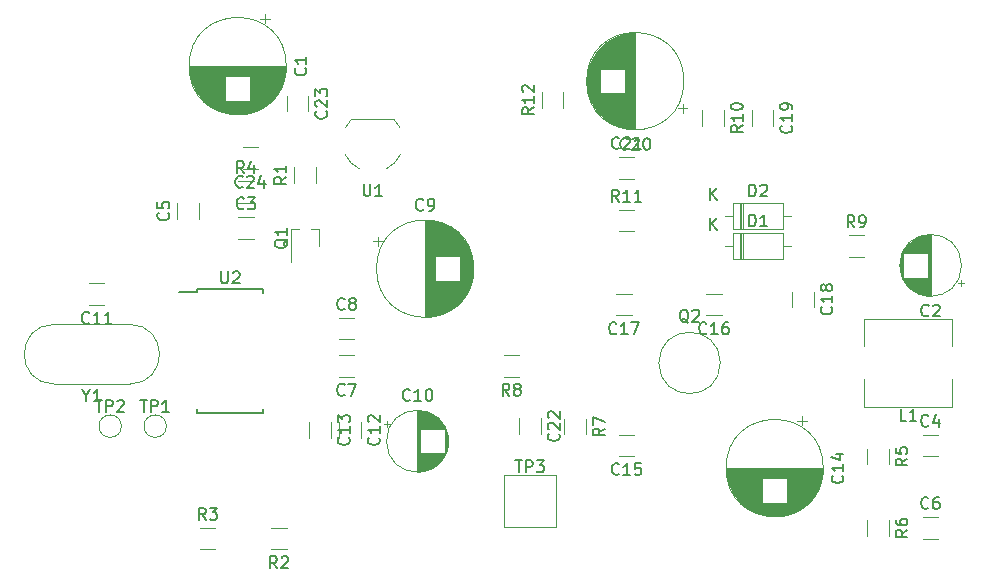
<source format=gbr>
G04 #@! TF.GenerationSoftware,KiCad,Pcbnew,no-vcs-found-c6d0075~61~ubuntu17.10.1*
G04 #@! TF.CreationDate,2018-02-05T23:49:34+03:00*
G04 #@! TF.ProjectId,tsa5512-pll,747361353531322D706C6C2E6B696361,rev?*
G04 #@! TF.SameCoordinates,Original*
G04 #@! TF.FileFunction,Legend,Top*
G04 #@! TF.FilePolarity,Positive*
%FSLAX46Y46*%
G04 Gerber Fmt 4.6, Leading zero omitted, Abs format (unit mm)*
G04 Created by KiCad (PCBNEW no-vcs-found-c6d0075~61~ubuntu17.10.1) date Mon Feb  5 23:49:34 2018*
%MOMM*%
%LPD*%
G01*
G04 APERTURE LIST*
%ADD10C,0.120000*%
%ADD11C,0.150000*%
G04 APERTURE END LIST*
D10*
X95526000Y-204144000D02*
X91926000Y-204144000D01*
X96050184Y-204871205D02*
G75*
G03X95526000Y-204144000I-2324184J-1122795D01*
G01*
X96093199Y-207097842D02*
G75*
G02X94866000Y-208344000I-2367199J1103842D01*
G01*
X91370543Y-207092371D02*
G75*
G03X92616000Y-208344000I2355457J1098371D01*
G01*
X91401816Y-204871205D02*
G75*
G02X91926000Y-204144000I2324184J-1122795D01*
G01*
X72451000Y-230124000D02*
G75*
G03X72451000Y-230124000I-950000J0D01*
G01*
X76261000Y-230124000D02*
G75*
G03X76261000Y-230124000I-950000J0D01*
G01*
X119965698Y-203629000D02*
X119965698Y-202829000D01*
X120365698Y-203229000D02*
X119565698Y-203229000D01*
X111875000Y-201447000D02*
X111875000Y-200381000D01*
X111915000Y-201682000D02*
X111915000Y-200146000D01*
X111955000Y-201862000D02*
X111955000Y-199966000D01*
X111995000Y-202012000D02*
X111995000Y-199816000D01*
X112035000Y-202143000D02*
X112035000Y-199685000D01*
X112075000Y-202260000D02*
X112075000Y-199568000D01*
X112115000Y-202367000D02*
X112115000Y-199461000D01*
X112155000Y-202466000D02*
X112155000Y-199362000D01*
X112195000Y-202559000D02*
X112195000Y-199269000D01*
X112235000Y-202645000D02*
X112235000Y-199183000D01*
X112275000Y-202727000D02*
X112275000Y-199101000D01*
X112315000Y-202804000D02*
X112315000Y-199024000D01*
X112355000Y-202878000D02*
X112355000Y-198950000D01*
X112395000Y-202948000D02*
X112395000Y-198880000D01*
X112435000Y-203016000D02*
X112435000Y-198812000D01*
X112475000Y-203080000D02*
X112475000Y-198748000D01*
X112515000Y-203142000D02*
X112515000Y-198686000D01*
X112555000Y-203201000D02*
X112555000Y-198627000D01*
X112595000Y-203259000D02*
X112595000Y-198569000D01*
X112635000Y-203314000D02*
X112635000Y-198514000D01*
X112675000Y-203368000D02*
X112675000Y-198460000D01*
X112715000Y-203419000D02*
X112715000Y-198409000D01*
X112755000Y-203470000D02*
X112755000Y-198358000D01*
X112795000Y-203518000D02*
X112795000Y-198310000D01*
X112835000Y-203565000D02*
X112835000Y-198263000D01*
X112875000Y-203611000D02*
X112875000Y-198217000D01*
X112915000Y-203655000D02*
X112915000Y-198173000D01*
X112955000Y-203698000D02*
X112955000Y-198130000D01*
X112995000Y-203740000D02*
X112995000Y-198088000D01*
X113035000Y-199874000D02*
X113035000Y-198047000D01*
X113035000Y-203781000D02*
X113035000Y-201954000D01*
X113075000Y-199874000D02*
X113075000Y-198007000D01*
X113075000Y-203821000D02*
X113075000Y-201954000D01*
X113115000Y-199874000D02*
X113115000Y-197969000D01*
X113115000Y-203859000D02*
X113115000Y-201954000D01*
X113155000Y-199874000D02*
X113155000Y-197931000D01*
X113155000Y-203897000D02*
X113155000Y-201954000D01*
X113195000Y-199874000D02*
X113195000Y-197895000D01*
X113195000Y-203933000D02*
X113195000Y-201954000D01*
X113235000Y-199874000D02*
X113235000Y-197859000D01*
X113235000Y-203969000D02*
X113235000Y-201954000D01*
X113275000Y-199874000D02*
X113275000Y-197824000D01*
X113275000Y-204004000D02*
X113275000Y-201954000D01*
X113315000Y-199874000D02*
X113315000Y-197790000D01*
X113315000Y-204038000D02*
X113315000Y-201954000D01*
X113355000Y-199874000D02*
X113355000Y-197758000D01*
X113355000Y-204070000D02*
X113355000Y-201954000D01*
X113395000Y-199874000D02*
X113395000Y-197725000D01*
X113395000Y-204103000D02*
X113395000Y-201954000D01*
X113435000Y-199874000D02*
X113435000Y-197694000D01*
X113435000Y-204134000D02*
X113435000Y-201954000D01*
X113475000Y-199874000D02*
X113475000Y-197664000D01*
X113475000Y-204164000D02*
X113475000Y-201954000D01*
X113515000Y-199874000D02*
X113515000Y-197634000D01*
X113515000Y-204194000D02*
X113515000Y-201954000D01*
X113555000Y-199874000D02*
X113555000Y-197605000D01*
X113555000Y-204223000D02*
X113555000Y-201954000D01*
X113595000Y-199874000D02*
X113595000Y-197576000D01*
X113595000Y-204252000D02*
X113595000Y-201954000D01*
X113635000Y-199874000D02*
X113635000Y-197549000D01*
X113635000Y-204279000D02*
X113635000Y-201954000D01*
X113675000Y-199874000D02*
X113675000Y-197522000D01*
X113675000Y-204306000D02*
X113675000Y-201954000D01*
X113715000Y-199874000D02*
X113715000Y-197496000D01*
X113715000Y-204332000D02*
X113715000Y-201954000D01*
X113755000Y-199874000D02*
X113755000Y-197470000D01*
X113755000Y-204358000D02*
X113755000Y-201954000D01*
X113795000Y-199874000D02*
X113795000Y-197445000D01*
X113795000Y-204383000D02*
X113795000Y-201954000D01*
X113835000Y-199874000D02*
X113835000Y-197421000D01*
X113835000Y-204407000D02*
X113835000Y-201954000D01*
X113875000Y-199874000D02*
X113875000Y-197397000D01*
X113875000Y-204431000D02*
X113875000Y-201954000D01*
X113915000Y-199874000D02*
X113915000Y-197374000D01*
X113915000Y-204454000D02*
X113915000Y-201954000D01*
X113955000Y-199874000D02*
X113955000Y-197352000D01*
X113955000Y-204476000D02*
X113955000Y-201954000D01*
X113995000Y-199874000D02*
X113995000Y-197330000D01*
X113995000Y-204498000D02*
X113995000Y-201954000D01*
X114035000Y-199874000D02*
X114035000Y-197308000D01*
X114035000Y-204520000D02*
X114035000Y-201954000D01*
X114075000Y-199874000D02*
X114075000Y-197287000D01*
X114075000Y-204541000D02*
X114075000Y-201954000D01*
X114115000Y-199874000D02*
X114115000Y-197267000D01*
X114115000Y-204561000D02*
X114115000Y-201954000D01*
X114155000Y-199874000D02*
X114155000Y-197248000D01*
X114155000Y-204580000D02*
X114155000Y-201954000D01*
X114195000Y-199874000D02*
X114195000Y-197228000D01*
X114195000Y-204600000D02*
X114195000Y-201954000D01*
X114235000Y-199874000D02*
X114235000Y-197210000D01*
X114235000Y-204618000D02*
X114235000Y-201954000D01*
X114275000Y-199874000D02*
X114275000Y-197192000D01*
X114275000Y-204636000D02*
X114275000Y-201954000D01*
X114315000Y-199874000D02*
X114315000Y-197174000D01*
X114315000Y-204654000D02*
X114315000Y-201954000D01*
X114355000Y-199874000D02*
X114355000Y-197157000D01*
X114355000Y-204671000D02*
X114355000Y-201954000D01*
X114395000Y-199874000D02*
X114395000Y-197140000D01*
X114395000Y-204688000D02*
X114395000Y-201954000D01*
X114435000Y-199874000D02*
X114435000Y-197124000D01*
X114435000Y-204704000D02*
X114435000Y-201954000D01*
X114475000Y-199874000D02*
X114475000Y-197109000D01*
X114475000Y-204719000D02*
X114475000Y-201954000D01*
X114515000Y-199874000D02*
X114515000Y-197093000D01*
X114515000Y-204735000D02*
X114515000Y-201954000D01*
X114555000Y-199874000D02*
X114555000Y-197079000D01*
X114555000Y-204749000D02*
X114555000Y-201954000D01*
X114595000Y-199874000D02*
X114595000Y-197064000D01*
X114595000Y-204764000D02*
X114595000Y-201954000D01*
X114635000Y-199874000D02*
X114635000Y-197051000D01*
X114635000Y-204777000D02*
X114635000Y-201954000D01*
X114675000Y-199874000D02*
X114675000Y-197037000D01*
X114675000Y-204791000D02*
X114675000Y-201954000D01*
X114715000Y-199874000D02*
X114715000Y-197025000D01*
X114715000Y-204803000D02*
X114715000Y-201954000D01*
X114755000Y-199874000D02*
X114755000Y-197012000D01*
X114755000Y-204816000D02*
X114755000Y-201954000D01*
X114795000Y-199874000D02*
X114795000Y-197000000D01*
X114795000Y-204828000D02*
X114795000Y-201954000D01*
X114835000Y-199874000D02*
X114835000Y-196989000D01*
X114835000Y-204839000D02*
X114835000Y-201954000D01*
X114875000Y-199874000D02*
X114875000Y-196978000D01*
X114875000Y-204850000D02*
X114875000Y-201954000D01*
X114915000Y-199874000D02*
X114915000Y-196967000D01*
X114915000Y-204861000D02*
X114915000Y-201954000D01*
X114955000Y-199874000D02*
X114955000Y-196957000D01*
X114955000Y-204871000D02*
X114955000Y-201954000D01*
X114995000Y-199874000D02*
X114995000Y-196947000D01*
X114995000Y-204881000D02*
X114995000Y-201954000D01*
X115035000Y-199874000D02*
X115035000Y-196938000D01*
X115035000Y-204890000D02*
X115035000Y-201954000D01*
X115075000Y-199874000D02*
X115075000Y-196929000D01*
X115075000Y-204899000D02*
X115075000Y-201954000D01*
X115115000Y-204908000D02*
X115115000Y-196920000D01*
X115155000Y-204916000D02*
X115155000Y-196912000D01*
X115195000Y-204924000D02*
X115195000Y-196904000D01*
X115235000Y-204931000D02*
X115235000Y-196897000D01*
X115276000Y-204938000D02*
X115276000Y-196890000D01*
X115316000Y-204944000D02*
X115316000Y-196884000D01*
X115356000Y-204951000D02*
X115356000Y-196877000D01*
X115396000Y-204956000D02*
X115396000Y-196872000D01*
X115436000Y-204962000D02*
X115436000Y-196866000D01*
X115476000Y-204966000D02*
X115476000Y-196862000D01*
X115516000Y-204971000D02*
X115516000Y-196857000D01*
X115556000Y-204975000D02*
X115556000Y-196853000D01*
X115596000Y-204979000D02*
X115596000Y-196849000D01*
X115636000Y-204982000D02*
X115636000Y-196846000D01*
X115676000Y-204985000D02*
X115676000Y-196843000D01*
X115716000Y-204988000D02*
X115716000Y-196840000D01*
X115756000Y-204990000D02*
X115756000Y-196838000D01*
X115796000Y-204991000D02*
X115796000Y-196837000D01*
X115836000Y-204993000D02*
X115836000Y-196835000D01*
X115876000Y-204994000D02*
X115876000Y-196834000D01*
X115916000Y-204994000D02*
X115916000Y-196834000D01*
X115956000Y-204994000D02*
X115956000Y-196834000D01*
X120076000Y-200914000D02*
G75*
G03X120076000Y-200914000I-4120000J0D01*
G01*
X86416000Y-199639000D02*
G75*
G03X86416000Y-199639000I-4120000J0D01*
G01*
X86376000Y-199639000D02*
X78216000Y-199639000D01*
X86376000Y-199679000D02*
X78216000Y-199679000D01*
X86376000Y-199719000D02*
X78216000Y-199719000D01*
X86375000Y-199759000D02*
X78217000Y-199759000D01*
X86373000Y-199799000D02*
X78219000Y-199799000D01*
X86372000Y-199839000D02*
X78220000Y-199839000D01*
X86370000Y-199879000D02*
X78222000Y-199879000D01*
X86367000Y-199919000D02*
X78225000Y-199919000D01*
X86364000Y-199959000D02*
X78228000Y-199959000D01*
X86361000Y-199999000D02*
X78231000Y-199999000D01*
X86357000Y-200039000D02*
X78235000Y-200039000D01*
X86353000Y-200079000D02*
X78239000Y-200079000D01*
X86348000Y-200119000D02*
X78244000Y-200119000D01*
X86344000Y-200159000D02*
X78248000Y-200159000D01*
X86338000Y-200199000D02*
X78254000Y-200199000D01*
X86333000Y-200239000D02*
X78259000Y-200239000D01*
X86326000Y-200279000D02*
X78266000Y-200279000D01*
X86320000Y-200319000D02*
X78272000Y-200319000D01*
X86313000Y-200360000D02*
X78279000Y-200360000D01*
X86306000Y-200400000D02*
X78286000Y-200400000D01*
X86298000Y-200440000D02*
X78294000Y-200440000D01*
X86290000Y-200480000D02*
X78302000Y-200480000D01*
X86281000Y-200520000D02*
X83336000Y-200520000D01*
X81256000Y-200520000D02*
X78311000Y-200520000D01*
X86272000Y-200560000D02*
X83336000Y-200560000D01*
X81256000Y-200560000D02*
X78320000Y-200560000D01*
X86263000Y-200600000D02*
X83336000Y-200600000D01*
X81256000Y-200600000D02*
X78329000Y-200600000D01*
X86253000Y-200640000D02*
X83336000Y-200640000D01*
X81256000Y-200640000D02*
X78339000Y-200640000D01*
X86243000Y-200680000D02*
X83336000Y-200680000D01*
X81256000Y-200680000D02*
X78349000Y-200680000D01*
X86232000Y-200720000D02*
X83336000Y-200720000D01*
X81256000Y-200720000D02*
X78360000Y-200720000D01*
X86221000Y-200760000D02*
X83336000Y-200760000D01*
X81256000Y-200760000D02*
X78371000Y-200760000D01*
X86210000Y-200800000D02*
X83336000Y-200800000D01*
X81256000Y-200800000D02*
X78382000Y-200800000D01*
X86198000Y-200840000D02*
X83336000Y-200840000D01*
X81256000Y-200840000D02*
X78394000Y-200840000D01*
X86185000Y-200880000D02*
X83336000Y-200880000D01*
X81256000Y-200880000D02*
X78407000Y-200880000D01*
X86173000Y-200920000D02*
X83336000Y-200920000D01*
X81256000Y-200920000D02*
X78419000Y-200920000D01*
X86159000Y-200960000D02*
X83336000Y-200960000D01*
X81256000Y-200960000D02*
X78433000Y-200960000D01*
X86146000Y-201000000D02*
X83336000Y-201000000D01*
X81256000Y-201000000D02*
X78446000Y-201000000D01*
X86131000Y-201040000D02*
X83336000Y-201040000D01*
X81256000Y-201040000D02*
X78461000Y-201040000D01*
X86117000Y-201080000D02*
X83336000Y-201080000D01*
X81256000Y-201080000D02*
X78475000Y-201080000D01*
X86101000Y-201120000D02*
X83336000Y-201120000D01*
X81256000Y-201120000D02*
X78491000Y-201120000D01*
X86086000Y-201160000D02*
X83336000Y-201160000D01*
X81256000Y-201160000D02*
X78506000Y-201160000D01*
X86070000Y-201200000D02*
X83336000Y-201200000D01*
X81256000Y-201200000D02*
X78522000Y-201200000D01*
X86053000Y-201240000D02*
X83336000Y-201240000D01*
X81256000Y-201240000D02*
X78539000Y-201240000D01*
X86036000Y-201280000D02*
X83336000Y-201280000D01*
X81256000Y-201280000D02*
X78556000Y-201280000D01*
X86018000Y-201320000D02*
X83336000Y-201320000D01*
X81256000Y-201320000D02*
X78574000Y-201320000D01*
X86000000Y-201360000D02*
X83336000Y-201360000D01*
X81256000Y-201360000D02*
X78592000Y-201360000D01*
X85982000Y-201400000D02*
X83336000Y-201400000D01*
X81256000Y-201400000D02*
X78610000Y-201400000D01*
X85962000Y-201440000D02*
X83336000Y-201440000D01*
X81256000Y-201440000D02*
X78630000Y-201440000D01*
X85943000Y-201480000D02*
X83336000Y-201480000D01*
X81256000Y-201480000D02*
X78649000Y-201480000D01*
X85923000Y-201520000D02*
X83336000Y-201520000D01*
X81256000Y-201520000D02*
X78669000Y-201520000D01*
X85902000Y-201560000D02*
X83336000Y-201560000D01*
X81256000Y-201560000D02*
X78690000Y-201560000D01*
X85880000Y-201600000D02*
X83336000Y-201600000D01*
X81256000Y-201600000D02*
X78712000Y-201600000D01*
X85858000Y-201640000D02*
X83336000Y-201640000D01*
X81256000Y-201640000D02*
X78734000Y-201640000D01*
X85836000Y-201680000D02*
X83336000Y-201680000D01*
X81256000Y-201680000D02*
X78756000Y-201680000D01*
X85813000Y-201720000D02*
X83336000Y-201720000D01*
X81256000Y-201720000D02*
X78779000Y-201720000D01*
X85789000Y-201760000D02*
X83336000Y-201760000D01*
X81256000Y-201760000D02*
X78803000Y-201760000D01*
X85765000Y-201800000D02*
X83336000Y-201800000D01*
X81256000Y-201800000D02*
X78827000Y-201800000D01*
X85740000Y-201840000D02*
X83336000Y-201840000D01*
X81256000Y-201840000D02*
X78852000Y-201840000D01*
X85714000Y-201880000D02*
X83336000Y-201880000D01*
X81256000Y-201880000D02*
X78878000Y-201880000D01*
X85688000Y-201920000D02*
X83336000Y-201920000D01*
X81256000Y-201920000D02*
X78904000Y-201920000D01*
X85661000Y-201960000D02*
X83336000Y-201960000D01*
X81256000Y-201960000D02*
X78931000Y-201960000D01*
X85634000Y-202000000D02*
X83336000Y-202000000D01*
X81256000Y-202000000D02*
X78958000Y-202000000D01*
X85605000Y-202040000D02*
X83336000Y-202040000D01*
X81256000Y-202040000D02*
X78987000Y-202040000D01*
X85576000Y-202080000D02*
X83336000Y-202080000D01*
X81256000Y-202080000D02*
X79016000Y-202080000D01*
X85546000Y-202120000D02*
X83336000Y-202120000D01*
X81256000Y-202120000D02*
X79046000Y-202120000D01*
X85516000Y-202160000D02*
X83336000Y-202160000D01*
X81256000Y-202160000D02*
X79076000Y-202160000D01*
X85485000Y-202200000D02*
X83336000Y-202200000D01*
X81256000Y-202200000D02*
X79107000Y-202200000D01*
X85452000Y-202240000D02*
X83336000Y-202240000D01*
X81256000Y-202240000D02*
X79140000Y-202240000D01*
X85420000Y-202280000D02*
X83336000Y-202280000D01*
X81256000Y-202280000D02*
X79172000Y-202280000D01*
X85386000Y-202320000D02*
X83336000Y-202320000D01*
X81256000Y-202320000D02*
X79206000Y-202320000D01*
X85351000Y-202360000D02*
X83336000Y-202360000D01*
X81256000Y-202360000D02*
X79241000Y-202360000D01*
X85315000Y-202400000D02*
X83336000Y-202400000D01*
X81256000Y-202400000D02*
X79277000Y-202400000D01*
X85279000Y-202440000D02*
X83336000Y-202440000D01*
X81256000Y-202440000D02*
X79313000Y-202440000D01*
X85241000Y-202480000D02*
X83336000Y-202480000D01*
X81256000Y-202480000D02*
X79351000Y-202480000D01*
X85203000Y-202520000D02*
X83336000Y-202520000D01*
X81256000Y-202520000D02*
X79389000Y-202520000D01*
X85163000Y-202560000D02*
X83336000Y-202560000D01*
X81256000Y-202560000D02*
X79429000Y-202560000D01*
X85122000Y-202600000D02*
X79470000Y-202600000D01*
X85080000Y-202640000D02*
X79512000Y-202640000D01*
X85037000Y-202680000D02*
X79555000Y-202680000D01*
X84993000Y-202720000D02*
X79599000Y-202720000D01*
X84947000Y-202760000D02*
X79645000Y-202760000D01*
X84900000Y-202800000D02*
X79692000Y-202800000D01*
X84852000Y-202840000D02*
X79740000Y-202840000D01*
X84801000Y-202880000D02*
X79791000Y-202880000D01*
X84750000Y-202920000D02*
X79842000Y-202920000D01*
X84696000Y-202960000D02*
X79896000Y-202960000D01*
X84641000Y-203000000D02*
X79951000Y-203000000D01*
X84583000Y-203040000D02*
X80009000Y-203040000D01*
X84524000Y-203080000D02*
X80068000Y-203080000D01*
X84462000Y-203120000D02*
X80130000Y-203120000D01*
X84398000Y-203160000D02*
X80194000Y-203160000D01*
X84330000Y-203200000D02*
X80262000Y-203200000D01*
X84260000Y-203240000D02*
X80332000Y-203240000D01*
X84186000Y-203280000D02*
X80406000Y-203280000D01*
X84109000Y-203320000D02*
X80483000Y-203320000D01*
X84027000Y-203360000D02*
X80565000Y-203360000D01*
X83941000Y-203400000D02*
X80651000Y-203400000D01*
X83848000Y-203440000D02*
X80744000Y-203440000D01*
X83749000Y-203480000D02*
X80843000Y-203480000D01*
X83642000Y-203520000D02*
X80950000Y-203520000D01*
X83525000Y-203560000D02*
X81067000Y-203560000D01*
X83394000Y-203600000D02*
X81198000Y-203600000D01*
X83244000Y-203640000D02*
X81348000Y-203640000D01*
X83064000Y-203680000D02*
X81528000Y-203680000D01*
X82829000Y-203720000D02*
X81763000Y-203720000D01*
X84611000Y-195229302D02*
X84611000Y-196029302D01*
X85011000Y-195629302D02*
X84211000Y-195629302D01*
X143517057Y-218237930D02*
X143517057Y-217737930D01*
X143767057Y-217987930D02*
X143267057Y-217987930D01*
X138361282Y-216796930D02*
X138361282Y-216228930D01*
X138401282Y-217030930D02*
X138401282Y-215994930D01*
X138441282Y-217189930D02*
X138441282Y-215835930D01*
X138481282Y-217317930D02*
X138481282Y-215707930D01*
X138521282Y-217427930D02*
X138521282Y-215597930D01*
X138561282Y-217523930D02*
X138561282Y-215501930D01*
X138601282Y-217610930D02*
X138601282Y-215414930D01*
X138641282Y-217690930D02*
X138641282Y-215334930D01*
X138681282Y-215472930D02*
X138681282Y-215261930D01*
X138681282Y-217763930D02*
X138681282Y-217552930D01*
X138721282Y-215472930D02*
X138721282Y-215193930D01*
X138721282Y-217831930D02*
X138721282Y-217552930D01*
X138761282Y-215472930D02*
X138761282Y-215129930D01*
X138761282Y-217895930D02*
X138761282Y-217552930D01*
X138801282Y-215472930D02*
X138801282Y-215069930D01*
X138801282Y-217955930D02*
X138801282Y-217552930D01*
X138841282Y-215472930D02*
X138841282Y-215012930D01*
X138841282Y-218012930D02*
X138841282Y-217552930D01*
X138881282Y-215472930D02*
X138881282Y-214958930D01*
X138881282Y-218066930D02*
X138881282Y-217552930D01*
X138921282Y-215472930D02*
X138921282Y-214907930D01*
X138921282Y-218117930D02*
X138921282Y-217552930D01*
X138961282Y-215472930D02*
X138961282Y-214859930D01*
X138961282Y-218165930D02*
X138961282Y-217552930D01*
X139001282Y-215472930D02*
X139001282Y-214813930D01*
X139001282Y-218211930D02*
X139001282Y-217552930D01*
X139041282Y-215472930D02*
X139041282Y-214769930D01*
X139041282Y-218255930D02*
X139041282Y-217552930D01*
X139081282Y-215472930D02*
X139081282Y-214727930D01*
X139081282Y-218297930D02*
X139081282Y-217552930D01*
X139121282Y-215472930D02*
X139121282Y-214686930D01*
X139121282Y-218338930D02*
X139121282Y-217552930D01*
X139161282Y-215472930D02*
X139161282Y-214648930D01*
X139161282Y-218376930D02*
X139161282Y-217552930D01*
X139201282Y-215472930D02*
X139201282Y-214611930D01*
X139201282Y-218413930D02*
X139201282Y-217552930D01*
X139241282Y-215472930D02*
X139241282Y-214575930D01*
X139241282Y-218449930D02*
X139241282Y-217552930D01*
X139281282Y-215472930D02*
X139281282Y-214541930D01*
X139281282Y-218483930D02*
X139281282Y-217552930D01*
X139321282Y-215472930D02*
X139321282Y-214508930D01*
X139321282Y-218516930D02*
X139321282Y-217552930D01*
X139361282Y-215472930D02*
X139361282Y-214477930D01*
X139361282Y-218547930D02*
X139361282Y-217552930D01*
X139401282Y-215472930D02*
X139401282Y-214447930D01*
X139401282Y-218577930D02*
X139401282Y-217552930D01*
X139441282Y-215472930D02*
X139441282Y-214417930D01*
X139441282Y-218607930D02*
X139441282Y-217552930D01*
X139481282Y-215472930D02*
X139481282Y-214390930D01*
X139481282Y-218634930D02*
X139481282Y-217552930D01*
X139521282Y-215472930D02*
X139521282Y-214363930D01*
X139521282Y-218661930D02*
X139521282Y-217552930D01*
X139561282Y-215472930D02*
X139561282Y-214337930D01*
X139561282Y-218687930D02*
X139561282Y-217552930D01*
X139601282Y-215472930D02*
X139601282Y-214312930D01*
X139601282Y-218712930D02*
X139601282Y-217552930D01*
X139641282Y-215472930D02*
X139641282Y-214288930D01*
X139641282Y-218736930D02*
X139641282Y-217552930D01*
X139681282Y-215472930D02*
X139681282Y-214265930D01*
X139681282Y-218759930D02*
X139681282Y-217552930D01*
X139721282Y-215472930D02*
X139721282Y-214244930D01*
X139721282Y-218780930D02*
X139721282Y-217552930D01*
X139761282Y-215472930D02*
X139761282Y-214222930D01*
X139761282Y-218802930D02*
X139761282Y-217552930D01*
X139801282Y-215472930D02*
X139801282Y-214202930D01*
X139801282Y-218822930D02*
X139801282Y-217552930D01*
X139841282Y-215472930D02*
X139841282Y-214183930D01*
X139841282Y-218841930D02*
X139841282Y-217552930D01*
X139881282Y-215472930D02*
X139881282Y-214164930D01*
X139881282Y-218860930D02*
X139881282Y-217552930D01*
X139921282Y-215472930D02*
X139921282Y-214147930D01*
X139921282Y-218877930D02*
X139921282Y-217552930D01*
X139961282Y-215472930D02*
X139961282Y-214130930D01*
X139961282Y-218894930D02*
X139961282Y-217552930D01*
X140001282Y-215472930D02*
X140001282Y-214114930D01*
X140001282Y-218910930D02*
X140001282Y-217552930D01*
X140041282Y-215472930D02*
X140041282Y-214098930D01*
X140041282Y-218926930D02*
X140041282Y-217552930D01*
X140081282Y-215472930D02*
X140081282Y-214084930D01*
X140081282Y-218940930D02*
X140081282Y-217552930D01*
X140121282Y-215472930D02*
X140121282Y-214070930D01*
X140121282Y-218954930D02*
X140121282Y-217552930D01*
X140161282Y-215472930D02*
X140161282Y-214057930D01*
X140161282Y-218967930D02*
X140161282Y-217552930D01*
X140201282Y-215472930D02*
X140201282Y-214044930D01*
X140201282Y-218980930D02*
X140201282Y-217552930D01*
X140241282Y-215472930D02*
X140241282Y-214032930D01*
X140241282Y-218992930D02*
X140241282Y-217552930D01*
X140282282Y-215472930D02*
X140282282Y-214021930D01*
X140282282Y-219003930D02*
X140282282Y-217552930D01*
X140322282Y-215472930D02*
X140322282Y-214011930D01*
X140322282Y-219013930D02*
X140322282Y-217552930D01*
X140362282Y-215472930D02*
X140362282Y-214001930D01*
X140362282Y-219023930D02*
X140362282Y-217552930D01*
X140402282Y-215472930D02*
X140402282Y-213992930D01*
X140402282Y-219032930D02*
X140402282Y-217552930D01*
X140442282Y-215472930D02*
X140442282Y-213984930D01*
X140442282Y-219040930D02*
X140442282Y-217552930D01*
X140482282Y-215472930D02*
X140482282Y-213976930D01*
X140482282Y-219048930D02*
X140482282Y-217552930D01*
X140522282Y-215472930D02*
X140522282Y-213969930D01*
X140522282Y-219055930D02*
X140522282Y-217552930D01*
X140562282Y-215472930D02*
X140562282Y-213962930D01*
X140562282Y-219062930D02*
X140562282Y-217552930D01*
X140602282Y-215472930D02*
X140602282Y-213956930D01*
X140602282Y-219068930D02*
X140602282Y-217552930D01*
X140642282Y-215472930D02*
X140642282Y-213951930D01*
X140642282Y-219073930D02*
X140642282Y-217552930D01*
X140682282Y-215472930D02*
X140682282Y-213947930D01*
X140682282Y-219077930D02*
X140682282Y-217552930D01*
X140722282Y-215472930D02*
X140722282Y-213943930D01*
X140722282Y-219081930D02*
X140722282Y-217552930D01*
X140762282Y-219085930D02*
X140762282Y-213939930D01*
X140802282Y-219088930D02*
X140802282Y-213936930D01*
X140842282Y-219090930D02*
X140842282Y-213934930D01*
X140882282Y-219091930D02*
X140882282Y-213933930D01*
X140922282Y-219092930D02*
X140922282Y-213932930D01*
X140962282Y-219092930D02*
X140962282Y-213932930D01*
X143582282Y-216512930D02*
G75*
G03X143582282Y-216512930I-2620000J0D01*
G01*
X82339500Y-212450000D02*
X83639500Y-212450000D01*
X82339500Y-214270000D02*
X83639500Y-214270000D01*
X140292282Y-230842930D02*
X141592282Y-230842930D01*
X140292282Y-232662930D02*
X141592282Y-232662930D01*
X77195000Y-212544500D02*
X77195000Y-211244500D01*
X79015000Y-212544500D02*
X79015000Y-211244500D01*
X140292282Y-239647930D02*
X141592282Y-239647930D01*
X140292282Y-237827930D02*
X141592282Y-237827930D01*
X92158500Y-225954000D02*
X90858500Y-225954000D01*
X92158500Y-224134000D02*
X90858500Y-224134000D01*
X90858500Y-222779000D02*
X92158500Y-222779000D01*
X90858500Y-220959000D02*
X92158500Y-220959000D01*
X94156302Y-214074000D02*
X94156302Y-214874000D01*
X93756302Y-214474000D02*
X94556302Y-214474000D01*
X102247000Y-216256000D02*
X102247000Y-217322000D01*
X102207000Y-216021000D02*
X102207000Y-217557000D01*
X102167000Y-215841000D02*
X102167000Y-217737000D01*
X102127000Y-215691000D02*
X102127000Y-217887000D01*
X102087000Y-215560000D02*
X102087000Y-218018000D01*
X102047000Y-215443000D02*
X102047000Y-218135000D01*
X102007000Y-215336000D02*
X102007000Y-218242000D01*
X101967000Y-215237000D02*
X101967000Y-218341000D01*
X101927000Y-215144000D02*
X101927000Y-218434000D01*
X101887000Y-215058000D02*
X101887000Y-218520000D01*
X101847000Y-214976000D02*
X101847000Y-218602000D01*
X101807000Y-214899000D02*
X101807000Y-218679000D01*
X101767000Y-214825000D02*
X101767000Y-218753000D01*
X101727000Y-214755000D02*
X101727000Y-218823000D01*
X101687000Y-214687000D02*
X101687000Y-218891000D01*
X101647000Y-214623000D02*
X101647000Y-218955000D01*
X101607000Y-214561000D02*
X101607000Y-219017000D01*
X101567000Y-214502000D02*
X101567000Y-219076000D01*
X101527000Y-214444000D02*
X101527000Y-219134000D01*
X101487000Y-214389000D02*
X101487000Y-219189000D01*
X101447000Y-214335000D02*
X101447000Y-219243000D01*
X101407000Y-214284000D02*
X101407000Y-219294000D01*
X101367000Y-214233000D02*
X101367000Y-219345000D01*
X101327000Y-214185000D02*
X101327000Y-219393000D01*
X101287000Y-214138000D02*
X101287000Y-219440000D01*
X101247000Y-214092000D02*
X101247000Y-219486000D01*
X101207000Y-214048000D02*
X101207000Y-219530000D01*
X101167000Y-214005000D02*
X101167000Y-219573000D01*
X101127000Y-213963000D02*
X101127000Y-219615000D01*
X101087000Y-217829000D02*
X101087000Y-219656000D01*
X101087000Y-213922000D02*
X101087000Y-215749000D01*
X101047000Y-217829000D02*
X101047000Y-219696000D01*
X101047000Y-213882000D02*
X101047000Y-215749000D01*
X101007000Y-217829000D02*
X101007000Y-219734000D01*
X101007000Y-213844000D02*
X101007000Y-215749000D01*
X100967000Y-217829000D02*
X100967000Y-219772000D01*
X100967000Y-213806000D02*
X100967000Y-215749000D01*
X100927000Y-217829000D02*
X100927000Y-219808000D01*
X100927000Y-213770000D02*
X100927000Y-215749000D01*
X100887000Y-217829000D02*
X100887000Y-219844000D01*
X100887000Y-213734000D02*
X100887000Y-215749000D01*
X100847000Y-217829000D02*
X100847000Y-219879000D01*
X100847000Y-213699000D02*
X100847000Y-215749000D01*
X100807000Y-217829000D02*
X100807000Y-219913000D01*
X100807000Y-213665000D02*
X100807000Y-215749000D01*
X100767000Y-217829000D02*
X100767000Y-219945000D01*
X100767000Y-213633000D02*
X100767000Y-215749000D01*
X100727000Y-217829000D02*
X100727000Y-219978000D01*
X100727000Y-213600000D02*
X100727000Y-215749000D01*
X100687000Y-217829000D02*
X100687000Y-220009000D01*
X100687000Y-213569000D02*
X100687000Y-215749000D01*
X100647000Y-217829000D02*
X100647000Y-220039000D01*
X100647000Y-213539000D02*
X100647000Y-215749000D01*
X100607000Y-217829000D02*
X100607000Y-220069000D01*
X100607000Y-213509000D02*
X100607000Y-215749000D01*
X100567000Y-217829000D02*
X100567000Y-220098000D01*
X100567000Y-213480000D02*
X100567000Y-215749000D01*
X100527000Y-217829000D02*
X100527000Y-220127000D01*
X100527000Y-213451000D02*
X100527000Y-215749000D01*
X100487000Y-217829000D02*
X100487000Y-220154000D01*
X100487000Y-213424000D02*
X100487000Y-215749000D01*
X100447000Y-217829000D02*
X100447000Y-220181000D01*
X100447000Y-213397000D02*
X100447000Y-215749000D01*
X100407000Y-217829000D02*
X100407000Y-220207000D01*
X100407000Y-213371000D02*
X100407000Y-215749000D01*
X100367000Y-217829000D02*
X100367000Y-220233000D01*
X100367000Y-213345000D02*
X100367000Y-215749000D01*
X100327000Y-217829000D02*
X100327000Y-220258000D01*
X100327000Y-213320000D02*
X100327000Y-215749000D01*
X100287000Y-217829000D02*
X100287000Y-220282000D01*
X100287000Y-213296000D02*
X100287000Y-215749000D01*
X100247000Y-217829000D02*
X100247000Y-220306000D01*
X100247000Y-213272000D02*
X100247000Y-215749000D01*
X100207000Y-217829000D02*
X100207000Y-220329000D01*
X100207000Y-213249000D02*
X100207000Y-215749000D01*
X100167000Y-217829000D02*
X100167000Y-220351000D01*
X100167000Y-213227000D02*
X100167000Y-215749000D01*
X100127000Y-217829000D02*
X100127000Y-220373000D01*
X100127000Y-213205000D02*
X100127000Y-215749000D01*
X100087000Y-217829000D02*
X100087000Y-220395000D01*
X100087000Y-213183000D02*
X100087000Y-215749000D01*
X100047000Y-217829000D02*
X100047000Y-220416000D01*
X100047000Y-213162000D02*
X100047000Y-215749000D01*
X100007000Y-217829000D02*
X100007000Y-220436000D01*
X100007000Y-213142000D02*
X100007000Y-215749000D01*
X99967000Y-217829000D02*
X99967000Y-220455000D01*
X99967000Y-213123000D02*
X99967000Y-215749000D01*
X99927000Y-217829000D02*
X99927000Y-220475000D01*
X99927000Y-213103000D02*
X99927000Y-215749000D01*
X99887000Y-217829000D02*
X99887000Y-220493000D01*
X99887000Y-213085000D02*
X99887000Y-215749000D01*
X99847000Y-217829000D02*
X99847000Y-220511000D01*
X99847000Y-213067000D02*
X99847000Y-215749000D01*
X99807000Y-217829000D02*
X99807000Y-220529000D01*
X99807000Y-213049000D02*
X99807000Y-215749000D01*
X99767000Y-217829000D02*
X99767000Y-220546000D01*
X99767000Y-213032000D02*
X99767000Y-215749000D01*
X99727000Y-217829000D02*
X99727000Y-220563000D01*
X99727000Y-213015000D02*
X99727000Y-215749000D01*
X99687000Y-217829000D02*
X99687000Y-220579000D01*
X99687000Y-212999000D02*
X99687000Y-215749000D01*
X99647000Y-217829000D02*
X99647000Y-220594000D01*
X99647000Y-212984000D02*
X99647000Y-215749000D01*
X99607000Y-217829000D02*
X99607000Y-220610000D01*
X99607000Y-212968000D02*
X99607000Y-215749000D01*
X99567000Y-217829000D02*
X99567000Y-220624000D01*
X99567000Y-212954000D02*
X99567000Y-215749000D01*
X99527000Y-217829000D02*
X99527000Y-220639000D01*
X99527000Y-212939000D02*
X99527000Y-215749000D01*
X99487000Y-217829000D02*
X99487000Y-220652000D01*
X99487000Y-212926000D02*
X99487000Y-215749000D01*
X99447000Y-217829000D02*
X99447000Y-220666000D01*
X99447000Y-212912000D02*
X99447000Y-215749000D01*
X99407000Y-217829000D02*
X99407000Y-220678000D01*
X99407000Y-212900000D02*
X99407000Y-215749000D01*
X99367000Y-217829000D02*
X99367000Y-220691000D01*
X99367000Y-212887000D02*
X99367000Y-215749000D01*
X99327000Y-217829000D02*
X99327000Y-220703000D01*
X99327000Y-212875000D02*
X99327000Y-215749000D01*
X99287000Y-217829000D02*
X99287000Y-220714000D01*
X99287000Y-212864000D02*
X99287000Y-215749000D01*
X99247000Y-217829000D02*
X99247000Y-220725000D01*
X99247000Y-212853000D02*
X99247000Y-215749000D01*
X99207000Y-217829000D02*
X99207000Y-220736000D01*
X99207000Y-212842000D02*
X99207000Y-215749000D01*
X99167000Y-217829000D02*
X99167000Y-220746000D01*
X99167000Y-212832000D02*
X99167000Y-215749000D01*
X99127000Y-217829000D02*
X99127000Y-220756000D01*
X99127000Y-212822000D02*
X99127000Y-215749000D01*
X99087000Y-217829000D02*
X99087000Y-220765000D01*
X99087000Y-212813000D02*
X99087000Y-215749000D01*
X99047000Y-217829000D02*
X99047000Y-220774000D01*
X99047000Y-212804000D02*
X99047000Y-215749000D01*
X99007000Y-212795000D02*
X99007000Y-220783000D01*
X98967000Y-212787000D02*
X98967000Y-220791000D01*
X98927000Y-212779000D02*
X98927000Y-220799000D01*
X98887000Y-212772000D02*
X98887000Y-220806000D01*
X98846000Y-212765000D02*
X98846000Y-220813000D01*
X98806000Y-212759000D02*
X98806000Y-220819000D01*
X98766000Y-212752000D02*
X98766000Y-220826000D01*
X98726000Y-212747000D02*
X98726000Y-220831000D01*
X98686000Y-212741000D02*
X98686000Y-220837000D01*
X98646000Y-212737000D02*
X98646000Y-220841000D01*
X98606000Y-212732000D02*
X98606000Y-220846000D01*
X98566000Y-212728000D02*
X98566000Y-220850000D01*
X98526000Y-212724000D02*
X98526000Y-220854000D01*
X98486000Y-212721000D02*
X98486000Y-220857000D01*
X98446000Y-212718000D02*
X98446000Y-220860000D01*
X98406000Y-212715000D02*
X98406000Y-220863000D01*
X98366000Y-212713000D02*
X98366000Y-220865000D01*
X98326000Y-212712000D02*
X98326000Y-220866000D01*
X98286000Y-212710000D02*
X98286000Y-220868000D01*
X98246000Y-212709000D02*
X98246000Y-220869000D01*
X98206000Y-212709000D02*
X98206000Y-220869000D01*
X98166000Y-212709000D02*
X98166000Y-220869000D01*
X102286000Y-216789000D02*
G75*
G03X102286000Y-216789000I-4120000J0D01*
G01*
X100136000Y-231394000D02*
G75*
G03X100136000Y-231394000I-2620000J0D01*
G01*
X97516000Y-228814000D02*
X97516000Y-233974000D01*
X97556000Y-228814000D02*
X97556000Y-233974000D01*
X97596000Y-228815000D02*
X97596000Y-233973000D01*
X97636000Y-228816000D02*
X97636000Y-233972000D01*
X97676000Y-228818000D02*
X97676000Y-233970000D01*
X97716000Y-228821000D02*
X97716000Y-233967000D01*
X97756000Y-228825000D02*
X97756000Y-230354000D01*
X97756000Y-232434000D02*
X97756000Y-233963000D01*
X97796000Y-228829000D02*
X97796000Y-230354000D01*
X97796000Y-232434000D02*
X97796000Y-233959000D01*
X97836000Y-228833000D02*
X97836000Y-230354000D01*
X97836000Y-232434000D02*
X97836000Y-233955000D01*
X97876000Y-228838000D02*
X97876000Y-230354000D01*
X97876000Y-232434000D02*
X97876000Y-233950000D01*
X97916000Y-228844000D02*
X97916000Y-230354000D01*
X97916000Y-232434000D02*
X97916000Y-233944000D01*
X97956000Y-228851000D02*
X97956000Y-230354000D01*
X97956000Y-232434000D02*
X97956000Y-233937000D01*
X97996000Y-228858000D02*
X97996000Y-230354000D01*
X97996000Y-232434000D02*
X97996000Y-233930000D01*
X98036000Y-228866000D02*
X98036000Y-230354000D01*
X98036000Y-232434000D02*
X98036000Y-233922000D01*
X98076000Y-228874000D02*
X98076000Y-230354000D01*
X98076000Y-232434000D02*
X98076000Y-233914000D01*
X98116000Y-228883000D02*
X98116000Y-230354000D01*
X98116000Y-232434000D02*
X98116000Y-233905000D01*
X98156000Y-228893000D02*
X98156000Y-230354000D01*
X98156000Y-232434000D02*
X98156000Y-233895000D01*
X98196000Y-228903000D02*
X98196000Y-230354000D01*
X98196000Y-232434000D02*
X98196000Y-233885000D01*
X98237000Y-228914000D02*
X98237000Y-230354000D01*
X98237000Y-232434000D02*
X98237000Y-233874000D01*
X98277000Y-228926000D02*
X98277000Y-230354000D01*
X98277000Y-232434000D02*
X98277000Y-233862000D01*
X98317000Y-228939000D02*
X98317000Y-230354000D01*
X98317000Y-232434000D02*
X98317000Y-233849000D01*
X98357000Y-228952000D02*
X98357000Y-230354000D01*
X98357000Y-232434000D02*
X98357000Y-233836000D01*
X98397000Y-228966000D02*
X98397000Y-230354000D01*
X98397000Y-232434000D02*
X98397000Y-233822000D01*
X98437000Y-228980000D02*
X98437000Y-230354000D01*
X98437000Y-232434000D02*
X98437000Y-233808000D01*
X98477000Y-228996000D02*
X98477000Y-230354000D01*
X98477000Y-232434000D02*
X98477000Y-233792000D01*
X98517000Y-229012000D02*
X98517000Y-230354000D01*
X98517000Y-232434000D02*
X98517000Y-233776000D01*
X98557000Y-229029000D02*
X98557000Y-230354000D01*
X98557000Y-232434000D02*
X98557000Y-233759000D01*
X98597000Y-229046000D02*
X98597000Y-230354000D01*
X98597000Y-232434000D02*
X98597000Y-233742000D01*
X98637000Y-229065000D02*
X98637000Y-230354000D01*
X98637000Y-232434000D02*
X98637000Y-233723000D01*
X98677000Y-229084000D02*
X98677000Y-230354000D01*
X98677000Y-232434000D02*
X98677000Y-233704000D01*
X98717000Y-229104000D02*
X98717000Y-230354000D01*
X98717000Y-232434000D02*
X98717000Y-233684000D01*
X98757000Y-229126000D02*
X98757000Y-230354000D01*
X98757000Y-232434000D02*
X98757000Y-233662000D01*
X98797000Y-229147000D02*
X98797000Y-230354000D01*
X98797000Y-232434000D02*
X98797000Y-233641000D01*
X98837000Y-229170000D02*
X98837000Y-230354000D01*
X98837000Y-232434000D02*
X98837000Y-233618000D01*
X98877000Y-229194000D02*
X98877000Y-230354000D01*
X98877000Y-232434000D02*
X98877000Y-233594000D01*
X98917000Y-229219000D02*
X98917000Y-230354000D01*
X98917000Y-232434000D02*
X98917000Y-233569000D01*
X98957000Y-229245000D02*
X98957000Y-230354000D01*
X98957000Y-232434000D02*
X98957000Y-233543000D01*
X98997000Y-229272000D02*
X98997000Y-230354000D01*
X98997000Y-232434000D02*
X98997000Y-233516000D01*
X99037000Y-229299000D02*
X99037000Y-230354000D01*
X99037000Y-232434000D02*
X99037000Y-233489000D01*
X99077000Y-229329000D02*
X99077000Y-230354000D01*
X99077000Y-232434000D02*
X99077000Y-233459000D01*
X99117000Y-229359000D02*
X99117000Y-230354000D01*
X99117000Y-232434000D02*
X99117000Y-233429000D01*
X99157000Y-229390000D02*
X99157000Y-230354000D01*
X99157000Y-232434000D02*
X99157000Y-233398000D01*
X99197000Y-229423000D02*
X99197000Y-230354000D01*
X99197000Y-232434000D02*
X99197000Y-233365000D01*
X99237000Y-229457000D02*
X99237000Y-230354000D01*
X99237000Y-232434000D02*
X99237000Y-233331000D01*
X99277000Y-229493000D02*
X99277000Y-230354000D01*
X99277000Y-232434000D02*
X99277000Y-233295000D01*
X99317000Y-229530000D02*
X99317000Y-230354000D01*
X99317000Y-232434000D02*
X99317000Y-233258000D01*
X99357000Y-229568000D02*
X99357000Y-230354000D01*
X99357000Y-232434000D02*
X99357000Y-233220000D01*
X99397000Y-229609000D02*
X99397000Y-230354000D01*
X99397000Y-232434000D02*
X99397000Y-233179000D01*
X99437000Y-229651000D02*
X99437000Y-230354000D01*
X99437000Y-232434000D02*
X99437000Y-233137000D01*
X99477000Y-229695000D02*
X99477000Y-230354000D01*
X99477000Y-232434000D02*
X99477000Y-233093000D01*
X99517000Y-229741000D02*
X99517000Y-230354000D01*
X99517000Y-232434000D02*
X99517000Y-233047000D01*
X99557000Y-229789000D02*
X99557000Y-230354000D01*
X99557000Y-232434000D02*
X99557000Y-232999000D01*
X99597000Y-229840000D02*
X99597000Y-230354000D01*
X99597000Y-232434000D02*
X99597000Y-232948000D01*
X99637000Y-229894000D02*
X99637000Y-230354000D01*
X99637000Y-232434000D02*
X99637000Y-232894000D01*
X99677000Y-229951000D02*
X99677000Y-230354000D01*
X99677000Y-232434000D02*
X99677000Y-232837000D01*
X99717000Y-230011000D02*
X99717000Y-230354000D01*
X99717000Y-232434000D02*
X99717000Y-232777000D01*
X99757000Y-230075000D02*
X99757000Y-230354000D01*
X99757000Y-232434000D02*
X99757000Y-232713000D01*
X99797000Y-230143000D02*
X99797000Y-230354000D01*
X99797000Y-232434000D02*
X99797000Y-232645000D01*
X99837000Y-230216000D02*
X99837000Y-232572000D01*
X99877000Y-230296000D02*
X99877000Y-232492000D01*
X99917000Y-230383000D02*
X99917000Y-232405000D01*
X99957000Y-230479000D02*
X99957000Y-232309000D01*
X99997000Y-230589000D02*
X99997000Y-232199000D01*
X100037000Y-230717000D02*
X100037000Y-232071000D01*
X100077000Y-230876000D02*
X100077000Y-231912000D01*
X100117000Y-231110000D02*
X100117000Y-231678000D01*
X94711225Y-229919000D02*
X95211225Y-229919000D01*
X94961225Y-229669000D02*
X94961225Y-230169000D01*
X71008000Y-218038000D02*
X69708000Y-218038000D01*
X71008000Y-219858000D02*
X69708000Y-219858000D01*
X92731000Y-229796500D02*
X92731000Y-231096500D01*
X90911000Y-229796500D02*
X90911000Y-231096500D01*
X90191000Y-229786500D02*
X90191000Y-231086500D01*
X88371000Y-229786500D02*
X88371000Y-231086500D01*
X131882000Y-233675000D02*
G75*
G03X131882000Y-233675000I-4120000J0D01*
G01*
X131842000Y-233675000D02*
X123682000Y-233675000D01*
X131842000Y-233715000D02*
X123682000Y-233715000D01*
X131842000Y-233755000D02*
X123682000Y-233755000D01*
X131841000Y-233795000D02*
X123683000Y-233795000D01*
X131839000Y-233835000D02*
X123685000Y-233835000D01*
X131838000Y-233875000D02*
X123686000Y-233875000D01*
X131836000Y-233915000D02*
X123688000Y-233915000D01*
X131833000Y-233955000D02*
X123691000Y-233955000D01*
X131830000Y-233995000D02*
X123694000Y-233995000D01*
X131827000Y-234035000D02*
X123697000Y-234035000D01*
X131823000Y-234075000D02*
X123701000Y-234075000D01*
X131819000Y-234115000D02*
X123705000Y-234115000D01*
X131814000Y-234155000D02*
X123710000Y-234155000D01*
X131810000Y-234195000D02*
X123714000Y-234195000D01*
X131804000Y-234235000D02*
X123720000Y-234235000D01*
X131799000Y-234275000D02*
X123725000Y-234275000D01*
X131792000Y-234315000D02*
X123732000Y-234315000D01*
X131786000Y-234355000D02*
X123738000Y-234355000D01*
X131779000Y-234396000D02*
X123745000Y-234396000D01*
X131772000Y-234436000D02*
X123752000Y-234436000D01*
X131764000Y-234476000D02*
X123760000Y-234476000D01*
X131756000Y-234516000D02*
X123768000Y-234516000D01*
X131747000Y-234556000D02*
X128802000Y-234556000D01*
X126722000Y-234556000D02*
X123777000Y-234556000D01*
X131738000Y-234596000D02*
X128802000Y-234596000D01*
X126722000Y-234596000D02*
X123786000Y-234596000D01*
X131729000Y-234636000D02*
X128802000Y-234636000D01*
X126722000Y-234636000D02*
X123795000Y-234636000D01*
X131719000Y-234676000D02*
X128802000Y-234676000D01*
X126722000Y-234676000D02*
X123805000Y-234676000D01*
X131709000Y-234716000D02*
X128802000Y-234716000D01*
X126722000Y-234716000D02*
X123815000Y-234716000D01*
X131698000Y-234756000D02*
X128802000Y-234756000D01*
X126722000Y-234756000D02*
X123826000Y-234756000D01*
X131687000Y-234796000D02*
X128802000Y-234796000D01*
X126722000Y-234796000D02*
X123837000Y-234796000D01*
X131676000Y-234836000D02*
X128802000Y-234836000D01*
X126722000Y-234836000D02*
X123848000Y-234836000D01*
X131664000Y-234876000D02*
X128802000Y-234876000D01*
X126722000Y-234876000D02*
X123860000Y-234876000D01*
X131651000Y-234916000D02*
X128802000Y-234916000D01*
X126722000Y-234916000D02*
X123873000Y-234916000D01*
X131639000Y-234956000D02*
X128802000Y-234956000D01*
X126722000Y-234956000D02*
X123885000Y-234956000D01*
X131625000Y-234996000D02*
X128802000Y-234996000D01*
X126722000Y-234996000D02*
X123899000Y-234996000D01*
X131612000Y-235036000D02*
X128802000Y-235036000D01*
X126722000Y-235036000D02*
X123912000Y-235036000D01*
X131597000Y-235076000D02*
X128802000Y-235076000D01*
X126722000Y-235076000D02*
X123927000Y-235076000D01*
X131583000Y-235116000D02*
X128802000Y-235116000D01*
X126722000Y-235116000D02*
X123941000Y-235116000D01*
X131567000Y-235156000D02*
X128802000Y-235156000D01*
X126722000Y-235156000D02*
X123957000Y-235156000D01*
X131552000Y-235196000D02*
X128802000Y-235196000D01*
X126722000Y-235196000D02*
X123972000Y-235196000D01*
X131536000Y-235236000D02*
X128802000Y-235236000D01*
X126722000Y-235236000D02*
X123988000Y-235236000D01*
X131519000Y-235276000D02*
X128802000Y-235276000D01*
X126722000Y-235276000D02*
X124005000Y-235276000D01*
X131502000Y-235316000D02*
X128802000Y-235316000D01*
X126722000Y-235316000D02*
X124022000Y-235316000D01*
X131484000Y-235356000D02*
X128802000Y-235356000D01*
X126722000Y-235356000D02*
X124040000Y-235356000D01*
X131466000Y-235396000D02*
X128802000Y-235396000D01*
X126722000Y-235396000D02*
X124058000Y-235396000D01*
X131448000Y-235436000D02*
X128802000Y-235436000D01*
X126722000Y-235436000D02*
X124076000Y-235436000D01*
X131428000Y-235476000D02*
X128802000Y-235476000D01*
X126722000Y-235476000D02*
X124096000Y-235476000D01*
X131409000Y-235516000D02*
X128802000Y-235516000D01*
X126722000Y-235516000D02*
X124115000Y-235516000D01*
X131389000Y-235556000D02*
X128802000Y-235556000D01*
X126722000Y-235556000D02*
X124135000Y-235556000D01*
X131368000Y-235596000D02*
X128802000Y-235596000D01*
X126722000Y-235596000D02*
X124156000Y-235596000D01*
X131346000Y-235636000D02*
X128802000Y-235636000D01*
X126722000Y-235636000D02*
X124178000Y-235636000D01*
X131324000Y-235676000D02*
X128802000Y-235676000D01*
X126722000Y-235676000D02*
X124200000Y-235676000D01*
X131302000Y-235716000D02*
X128802000Y-235716000D01*
X126722000Y-235716000D02*
X124222000Y-235716000D01*
X131279000Y-235756000D02*
X128802000Y-235756000D01*
X126722000Y-235756000D02*
X124245000Y-235756000D01*
X131255000Y-235796000D02*
X128802000Y-235796000D01*
X126722000Y-235796000D02*
X124269000Y-235796000D01*
X131231000Y-235836000D02*
X128802000Y-235836000D01*
X126722000Y-235836000D02*
X124293000Y-235836000D01*
X131206000Y-235876000D02*
X128802000Y-235876000D01*
X126722000Y-235876000D02*
X124318000Y-235876000D01*
X131180000Y-235916000D02*
X128802000Y-235916000D01*
X126722000Y-235916000D02*
X124344000Y-235916000D01*
X131154000Y-235956000D02*
X128802000Y-235956000D01*
X126722000Y-235956000D02*
X124370000Y-235956000D01*
X131127000Y-235996000D02*
X128802000Y-235996000D01*
X126722000Y-235996000D02*
X124397000Y-235996000D01*
X131100000Y-236036000D02*
X128802000Y-236036000D01*
X126722000Y-236036000D02*
X124424000Y-236036000D01*
X131071000Y-236076000D02*
X128802000Y-236076000D01*
X126722000Y-236076000D02*
X124453000Y-236076000D01*
X131042000Y-236116000D02*
X128802000Y-236116000D01*
X126722000Y-236116000D02*
X124482000Y-236116000D01*
X131012000Y-236156000D02*
X128802000Y-236156000D01*
X126722000Y-236156000D02*
X124512000Y-236156000D01*
X130982000Y-236196000D02*
X128802000Y-236196000D01*
X126722000Y-236196000D02*
X124542000Y-236196000D01*
X130951000Y-236236000D02*
X128802000Y-236236000D01*
X126722000Y-236236000D02*
X124573000Y-236236000D01*
X130918000Y-236276000D02*
X128802000Y-236276000D01*
X126722000Y-236276000D02*
X124606000Y-236276000D01*
X130886000Y-236316000D02*
X128802000Y-236316000D01*
X126722000Y-236316000D02*
X124638000Y-236316000D01*
X130852000Y-236356000D02*
X128802000Y-236356000D01*
X126722000Y-236356000D02*
X124672000Y-236356000D01*
X130817000Y-236396000D02*
X128802000Y-236396000D01*
X126722000Y-236396000D02*
X124707000Y-236396000D01*
X130781000Y-236436000D02*
X128802000Y-236436000D01*
X126722000Y-236436000D02*
X124743000Y-236436000D01*
X130745000Y-236476000D02*
X128802000Y-236476000D01*
X126722000Y-236476000D02*
X124779000Y-236476000D01*
X130707000Y-236516000D02*
X128802000Y-236516000D01*
X126722000Y-236516000D02*
X124817000Y-236516000D01*
X130669000Y-236556000D02*
X128802000Y-236556000D01*
X126722000Y-236556000D02*
X124855000Y-236556000D01*
X130629000Y-236596000D02*
X128802000Y-236596000D01*
X126722000Y-236596000D02*
X124895000Y-236596000D01*
X130588000Y-236636000D02*
X124936000Y-236636000D01*
X130546000Y-236676000D02*
X124978000Y-236676000D01*
X130503000Y-236716000D02*
X125021000Y-236716000D01*
X130459000Y-236756000D02*
X125065000Y-236756000D01*
X130413000Y-236796000D02*
X125111000Y-236796000D01*
X130366000Y-236836000D02*
X125158000Y-236836000D01*
X130318000Y-236876000D02*
X125206000Y-236876000D01*
X130267000Y-236916000D02*
X125257000Y-236916000D01*
X130216000Y-236956000D02*
X125308000Y-236956000D01*
X130162000Y-236996000D02*
X125362000Y-236996000D01*
X130107000Y-237036000D02*
X125417000Y-237036000D01*
X130049000Y-237076000D02*
X125475000Y-237076000D01*
X129990000Y-237116000D02*
X125534000Y-237116000D01*
X129928000Y-237156000D02*
X125596000Y-237156000D01*
X129864000Y-237196000D02*
X125660000Y-237196000D01*
X129796000Y-237236000D02*
X125728000Y-237236000D01*
X129726000Y-237276000D02*
X125798000Y-237276000D01*
X129652000Y-237316000D02*
X125872000Y-237316000D01*
X129575000Y-237356000D02*
X125949000Y-237356000D01*
X129493000Y-237396000D02*
X126031000Y-237396000D01*
X129407000Y-237436000D02*
X126117000Y-237436000D01*
X129314000Y-237476000D02*
X126210000Y-237476000D01*
X129215000Y-237516000D02*
X126309000Y-237516000D01*
X129108000Y-237556000D02*
X126416000Y-237556000D01*
X128991000Y-237596000D02*
X126533000Y-237596000D01*
X128860000Y-237636000D02*
X126664000Y-237636000D01*
X128710000Y-237676000D02*
X126814000Y-237676000D01*
X128530000Y-237716000D02*
X126994000Y-237716000D01*
X128295000Y-237756000D02*
X127229000Y-237756000D01*
X130077000Y-229265302D02*
X130077000Y-230065302D01*
X130477000Y-229665302D02*
X129677000Y-229665302D01*
X115869782Y-230842930D02*
X114569782Y-230842930D01*
X115869782Y-232662930D02*
X114569782Y-232662930D01*
X123273500Y-220747000D02*
X121973500Y-220747000D01*
X123273500Y-218927000D02*
X121973500Y-218927000D01*
X115643500Y-218927000D02*
X114343500Y-218927000D01*
X115643500Y-220747000D02*
X114343500Y-220747000D01*
X131057282Y-218725430D02*
X131057282Y-220025430D01*
X129237282Y-218725430D02*
X129237282Y-220025430D01*
X125836000Y-203380500D02*
X125836000Y-204680500D01*
X127656000Y-203380500D02*
X127656000Y-204680500D01*
X114569782Y-209167930D02*
X115869782Y-209167930D01*
X114569782Y-207347930D02*
X115869782Y-207347930D01*
X124217282Y-213764000D02*
X124217282Y-216004000D01*
X124217282Y-216004000D02*
X128457282Y-216004000D01*
X128457282Y-216004000D02*
X128457282Y-213764000D01*
X128457282Y-213764000D02*
X124217282Y-213764000D01*
X123567282Y-214884000D02*
X124217282Y-214884000D01*
X129107282Y-214884000D02*
X128457282Y-214884000D01*
X124937282Y-213764000D02*
X124937282Y-216004000D01*
X125057282Y-213764000D02*
X125057282Y-216004000D01*
X124817282Y-213764000D02*
X124817282Y-216004000D01*
X124817282Y-211224000D02*
X124817282Y-213464000D01*
X125057282Y-211224000D02*
X125057282Y-213464000D01*
X124937282Y-211224000D02*
X124937282Y-213464000D01*
X129107282Y-212344000D02*
X128457282Y-212344000D01*
X123567282Y-212344000D02*
X124217282Y-212344000D01*
X128457282Y-211224000D02*
X124217282Y-211224000D01*
X128457282Y-213464000D02*
X128457282Y-211224000D01*
X124217282Y-213464000D02*
X128457282Y-213464000D01*
X124217282Y-211224000D02*
X124217282Y-213464000D01*
X135362282Y-223367930D02*
X135362282Y-221067930D01*
X135362282Y-221067930D02*
X142762282Y-221067930D01*
X142762282Y-221067930D02*
X142762282Y-223367930D01*
X142762282Y-226167930D02*
X142762282Y-228467930D01*
X142762282Y-228467930D02*
X135362282Y-228467930D01*
X135362282Y-228467930D02*
X135362282Y-226167930D01*
X88496000Y-213454000D02*
X89156000Y-213454000D01*
X86826000Y-213454000D02*
X87496000Y-213454000D01*
X86836000Y-213454000D02*
X86836000Y-216189000D01*
X89156000Y-214864000D02*
X89156000Y-213454000D01*
X123157282Y-224767930D02*
G75*
G03X123157282Y-224767930I-2600000J0D01*
G01*
X87101000Y-209506500D02*
X87101000Y-208206500D01*
X88921000Y-209506500D02*
X88921000Y-208206500D01*
X86443500Y-238739000D02*
X85143500Y-238739000D01*
X86443500Y-240559000D02*
X85143500Y-240559000D01*
X79106000Y-238739000D02*
X80406000Y-238739000D01*
X79106000Y-240559000D02*
X80406000Y-240559000D01*
X82339500Y-211222000D02*
X83639500Y-211222000D01*
X82339500Y-209402000D02*
X83639500Y-209402000D01*
X135587282Y-232050430D02*
X135587282Y-233350430D01*
X137407282Y-232050430D02*
X137407282Y-233350430D01*
X137407282Y-238087930D02*
X137407282Y-239387930D01*
X135587282Y-238087930D02*
X135587282Y-239387930D01*
X111781000Y-229510430D02*
X111781000Y-230810430D01*
X109961000Y-229510430D02*
X109961000Y-230810430D01*
X106118500Y-225954000D02*
X104818500Y-225954000D01*
X106118500Y-224134000D02*
X104818500Y-224134000D01*
X134028500Y-215794000D02*
X135328500Y-215794000D01*
X134028500Y-213974000D02*
X135328500Y-213974000D01*
X123465000Y-203370500D02*
X123465000Y-204670500D01*
X121645000Y-203370500D02*
X121645000Y-204670500D01*
X114569782Y-213612930D02*
X115869782Y-213612930D01*
X114569782Y-211792930D02*
X115869782Y-211792930D01*
X109876000Y-203146500D02*
X109876000Y-201846500D01*
X108056000Y-203146500D02*
X108056000Y-201846500D01*
D11*
X78886000Y-218499000D02*
X78886000Y-218774000D01*
X84436000Y-218499000D02*
X84436000Y-218854000D01*
X84436000Y-229049000D02*
X84436000Y-228694000D01*
X78886000Y-229049000D02*
X78886000Y-228694000D01*
X78886000Y-218499000D02*
X84436000Y-218499000D01*
X78886000Y-229049000D02*
X84436000Y-229049000D01*
X78886000Y-218774000D02*
X77361000Y-218774000D01*
D10*
X73150000Y-226553000D02*
X66750000Y-226553000D01*
X73150000Y-221503000D02*
X66750000Y-221503000D01*
X73150000Y-221503000D02*
G75*
G02X73150000Y-226553000I0J-2525000D01*
G01*
X66750000Y-221503000D02*
G75*
G03X66750000Y-226553000I0J-2525000D01*
G01*
X107971000Y-229474000D02*
X107971000Y-230774000D01*
X106151000Y-229474000D02*
X106151000Y-230774000D01*
X104861000Y-238674000D02*
X104861000Y-234274000D01*
X109261000Y-238674000D02*
X104861000Y-238674000D01*
X109261000Y-234274000D02*
X109261000Y-238674000D01*
X104861000Y-234274000D02*
X109261000Y-234274000D01*
X86466000Y-202169000D02*
X86466000Y-203469000D01*
X88286000Y-202169000D02*
X88286000Y-203469000D01*
X84016001Y-208336646D02*
X82716001Y-208336646D01*
X84016001Y-206516646D02*
X82716001Y-206516646D01*
D11*
X92954095Y-209636380D02*
X92954095Y-210445904D01*
X93001714Y-210541142D01*
X93049333Y-210588761D01*
X93144571Y-210636380D01*
X93335047Y-210636380D01*
X93430285Y-210588761D01*
X93477904Y-210541142D01*
X93525523Y-210445904D01*
X93525523Y-209636380D01*
X94525523Y-210636380D02*
X93954095Y-210636380D01*
X94239809Y-210636380D02*
X94239809Y-209636380D01*
X94144571Y-209779238D01*
X94049333Y-209874476D01*
X93954095Y-209922095D01*
X70239095Y-227928380D02*
X70810523Y-227928380D01*
X70524809Y-228928380D02*
X70524809Y-227928380D01*
X71143857Y-228928380D02*
X71143857Y-227928380D01*
X71524809Y-227928380D01*
X71620047Y-227976000D01*
X71667666Y-228023619D01*
X71715285Y-228118857D01*
X71715285Y-228261714D01*
X71667666Y-228356952D01*
X71620047Y-228404571D01*
X71524809Y-228452190D01*
X71143857Y-228452190D01*
X72096238Y-228023619D02*
X72143857Y-227976000D01*
X72239095Y-227928380D01*
X72477190Y-227928380D01*
X72572428Y-227976000D01*
X72620047Y-228023619D01*
X72667666Y-228118857D01*
X72667666Y-228214095D01*
X72620047Y-228356952D01*
X72048619Y-228928380D01*
X72667666Y-228928380D01*
X74049095Y-227928380D02*
X74620523Y-227928380D01*
X74334809Y-228928380D02*
X74334809Y-227928380D01*
X74953857Y-228928380D02*
X74953857Y-227928380D01*
X75334809Y-227928380D01*
X75430047Y-227976000D01*
X75477666Y-228023619D01*
X75525285Y-228118857D01*
X75525285Y-228261714D01*
X75477666Y-228356952D01*
X75430047Y-228404571D01*
X75334809Y-228452190D01*
X74953857Y-228452190D01*
X76477666Y-228928380D02*
X75906238Y-228928380D01*
X76191952Y-228928380D02*
X76191952Y-227928380D01*
X76096714Y-228071238D01*
X76001476Y-228166476D01*
X75906238Y-228214095D01*
X115313142Y-206641142D02*
X115265523Y-206688761D01*
X115122666Y-206736380D01*
X115027428Y-206736380D01*
X114884571Y-206688761D01*
X114789333Y-206593523D01*
X114741714Y-206498285D01*
X114694095Y-206307809D01*
X114694095Y-206164952D01*
X114741714Y-205974476D01*
X114789333Y-205879238D01*
X114884571Y-205784000D01*
X115027428Y-205736380D01*
X115122666Y-205736380D01*
X115265523Y-205784000D01*
X115313142Y-205831619D01*
X115694095Y-205831619D02*
X115741714Y-205784000D01*
X115836952Y-205736380D01*
X116075047Y-205736380D01*
X116170285Y-205784000D01*
X116217904Y-205831619D01*
X116265523Y-205926857D01*
X116265523Y-206022095D01*
X116217904Y-206164952D01*
X115646476Y-206736380D01*
X116265523Y-206736380D01*
X116884571Y-205736380D02*
X116979809Y-205736380D01*
X117075047Y-205784000D01*
X117122666Y-205831619D01*
X117170285Y-205926857D01*
X117217904Y-206117333D01*
X117217904Y-206355428D01*
X117170285Y-206545904D01*
X117122666Y-206641142D01*
X117075047Y-206688761D01*
X116979809Y-206736380D01*
X116884571Y-206736380D01*
X116789333Y-206688761D01*
X116741714Y-206641142D01*
X116694095Y-206545904D01*
X116646476Y-206355428D01*
X116646476Y-206117333D01*
X116694095Y-205926857D01*
X116741714Y-205831619D01*
X116789333Y-205784000D01*
X116884571Y-205736380D01*
X88023142Y-199805666D02*
X88070761Y-199853285D01*
X88118380Y-199996142D01*
X88118380Y-200091380D01*
X88070761Y-200234238D01*
X87975523Y-200329476D01*
X87880285Y-200377095D01*
X87689809Y-200424714D01*
X87546952Y-200424714D01*
X87356476Y-200377095D01*
X87261238Y-200329476D01*
X87166000Y-200234238D01*
X87118380Y-200091380D01*
X87118380Y-199996142D01*
X87166000Y-199853285D01*
X87213619Y-199805666D01*
X88118380Y-198853285D02*
X88118380Y-199424714D01*
X88118380Y-199139000D02*
X87118380Y-199139000D01*
X87261238Y-199234238D01*
X87356476Y-199329476D01*
X87404095Y-199424714D01*
X140795615Y-220740072D02*
X140747996Y-220787691D01*
X140605139Y-220835310D01*
X140509901Y-220835310D01*
X140367043Y-220787691D01*
X140271805Y-220692453D01*
X140224186Y-220597215D01*
X140176567Y-220406739D01*
X140176567Y-220263882D01*
X140224186Y-220073406D01*
X140271805Y-219978168D01*
X140367043Y-219882930D01*
X140509901Y-219835310D01*
X140605139Y-219835310D01*
X140747996Y-219882930D01*
X140795615Y-219930549D01*
X141176567Y-219930549D02*
X141224186Y-219882930D01*
X141319424Y-219835310D01*
X141557520Y-219835310D01*
X141652758Y-219882930D01*
X141700377Y-219930549D01*
X141747996Y-220025787D01*
X141747996Y-220121025D01*
X141700377Y-220263882D01*
X141128948Y-220835310D01*
X141747996Y-220835310D01*
X82822833Y-211667142D02*
X82775214Y-211714761D01*
X82632357Y-211762380D01*
X82537119Y-211762380D01*
X82394261Y-211714761D01*
X82299023Y-211619523D01*
X82251404Y-211524285D01*
X82203785Y-211333809D01*
X82203785Y-211190952D01*
X82251404Y-211000476D01*
X82299023Y-210905238D01*
X82394261Y-210810000D01*
X82537119Y-210762380D01*
X82632357Y-210762380D01*
X82775214Y-210810000D01*
X82822833Y-210857619D01*
X83156166Y-210762380D02*
X83775214Y-210762380D01*
X83441880Y-211143333D01*
X83584738Y-211143333D01*
X83679976Y-211190952D01*
X83727595Y-211238571D01*
X83775214Y-211333809D01*
X83775214Y-211571904D01*
X83727595Y-211667142D01*
X83679976Y-211714761D01*
X83584738Y-211762380D01*
X83299023Y-211762380D01*
X83203785Y-211714761D01*
X83156166Y-211667142D01*
X140775615Y-230060072D02*
X140727996Y-230107691D01*
X140585139Y-230155310D01*
X140489901Y-230155310D01*
X140347043Y-230107691D01*
X140251805Y-230012453D01*
X140204186Y-229917215D01*
X140156567Y-229726739D01*
X140156567Y-229583882D01*
X140204186Y-229393406D01*
X140251805Y-229298168D01*
X140347043Y-229202930D01*
X140489901Y-229155310D01*
X140585139Y-229155310D01*
X140727996Y-229202930D01*
X140775615Y-229250549D01*
X141632758Y-229488644D02*
X141632758Y-230155310D01*
X141394662Y-229107691D02*
X141156567Y-229821977D01*
X141775615Y-229821977D01*
X76412142Y-212061166D02*
X76459761Y-212108785D01*
X76507380Y-212251642D01*
X76507380Y-212346880D01*
X76459761Y-212489738D01*
X76364523Y-212584976D01*
X76269285Y-212632595D01*
X76078809Y-212680214D01*
X75935952Y-212680214D01*
X75745476Y-212632595D01*
X75650238Y-212584976D01*
X75555000Y-212489738D01*
X75507380Y-212346880D01*
X75507380Y-212251642D01*
X75555000Y-212108785D01*
X75602619Y-212061166D01*
X75507380Y-211156404D02*
X75507380Y-211632595D01*
X75983571Y-211680214D01*
X75935952Y-211632595D01*
X75888333Y-211537357D01*
X75888333Y-211299261D01*
X75935952Y-211204023D01*
X75983571Y-211156404D01*
X76078809Y-211108785D01*
X76316904Y-211108785D01*
X76412142Y-211156404D01*
X76459761Y-211204023D01*
X76507380Y-211299261D01*
X76507380Y-211537357D01*
X76459761Y-211632595D01*
X76412142Y-211680214D01*
X140775615Y-237045072D02*
X140727996Y-237092691D01*
X140585139Y-237140310D01*
X140489901Y-237140310D01*
X140347043Y-237092691D01*
X140251805Y-236997453D01*
X140204186Y-236902215D01*
X140156567Y-236711739D01*
X140156567Y-236568882D01*
X140204186Y-236378406D01*
X140251805Y-236283168D01*
X140347043Y-236187930D01*
X140489901Y-236140310D01*
X140585139Y-236140310D01*
X140727996Y-236187930D01*
X140775615Y-236235549D01*
X141632758Y-236140310D02*
X141442282Y-236140310D01*
X141347043Y-236187930D01*
X141299424Y-236235549D01*
X141204186Y-236378406D01*
X141156567Y-236568882D01*
X141156567Y-236949834D01*
X141204186Y-237045072D01*
X141251805Y-237092691D01*
X141347043Y-237140310D01*
X141537520Y-237140310D01*
X141632758Y-237092691D01*
X141680377Y-237045072D01*
X141727996Y-236949834D01*
X141727996Y-236711739D01*
X141680377Y-236616501D01*
X141632758Y-236568882D01*
X141537520Y-236521263D01*
X141347043Y-236521263D01*
X141251805Y-236568882D01*
X141204186Y-236616501D01*
X141156567Y-236711739D01*
X91341833Y-227451142D02*
X91294214Y-227498761D01*
X91151357Y-227546380D01*
X91056119Y-227546380D01*
X90913261Y-227498761D01*
X90818023Y-227403523D01*
X90770404Y-227308285D01*
X90722785Y-227117809D01*
X90722785Y-226974952D01*
X90770404Y-226784476D01*
X90818023Y-226689238D01*
X90913261Y-226594000D01*
X91056119Y-226546380D01*
X91151357Y-226546380D01*
X91294214Y-226594000D01*
X91341833Y-226641619D01*
X91675166Y-226546380D02*
X92341833Y-226546380D01*
X91913261Y-227546380D01*
X91341833Y-220176142D02*
X91294214Y-220223761D01*
X91151357Y-220271380D01*
X91056119Y-220271380D01*
X90913261Y-220223761D01*
X90818023Y-220128523D01*
X90770404Y-220033285D01*
X90722785Y-219842809D01*
X90722785Y-219699952D01*
X90770404Y-219509476D01*
X90818023Y-219414238D01*
X90913261Y-219319000D01*
X91056119Y-219271380D01*
X91151357Y-219271380D01*
X91294214Y-219319000D01*
X91341833Y-219366619D01*
X91913261Y-219699952D02*
X91818023Y-219652333D01*
X91770404Y-219604714D01*
X91722785Y-219509476D01*
X91722785Y-219461857D01*
X91770404Y-219366619D01*
X91818023Y-219319000D01*
X91913261Y-219271380D01*
X92103738Y-219271380D01*
X92198976Y-219319000D01*
X92246595Y-219366619D01*
X92294214Y-219461857D01*
X92294214Y-219509476D01*
X92246595Y-219604714D01*
X92198976Y-219652333D01*
X92103738Y-219699952D01*
X91913261Y-219699952D01*
X91818023Y-219747571D01*
X91770404Y-219795190D01*
X91722785Y-219890428D01*
X91722785Y-220080904D01*
X91770404Y-220176142D01*
X91818023Y-220223761D01*
X91913261Y-220271380D01*
X92103738Y-220271380D01*
X92198976Y-220223761D01*
X92246595Y-220176142D01*
X92294214Y-220080904D01*
X92294214Y-219890428D01*
X92246595Y-219795190D01*
X92198976Y-219747571D01*
X92103738Y-219699952D01*
X97999333Y-211776142D02*
X97951714Y-211823761D01*
X97808857Y-211871380D01*
X97713619Y-211871380D01*
X97570761Y-211823761D01*
X97475523Y-211728523D01*
X97427904Y-211633285D01*
X97380285Y-211442809D01*
X97380285Y-211299952D01*
X97427904Y-211109476D01*
X97475523Y-211014238D01*
X97570761Y-210919000D01*
X97713619Y-210871380D01*
X97808857Y-210871380D01*
X97951714Y-210919000D01*
X97999333Y-210966619D01*
X98475523Y-211871380D02*
X98666000Y-211871380D01*
X98761238Y-211823761D01*
X98808857Y-211776142D01*
X98904095Y-211633285D01*
X98951714Y-211442809D01*
X98951714Y-211061857D01*
X98904095Y-210966619D01*
X98856476Y-210919000D01*
X98761238Y-210871380D01*
X98570761Y-210871380D01*
X98475523Y-210919000D01*
X98427904Y-210966619D01*
X98380285Y-211061857D01*
X98380285Y-211299952D01*
X98427904Y-211395190D01*
X98475523Y-211442809D01*
X98570761Y-211490428D01*
X98761238Y-211490428D01*
X98856476Y-211442809D01*
X98904095Y-211395190D01*
X98951714Y-211299952D01*
X96873142Y-227881142D02*
X96825523Y-227928761D01*
X96682666Y-227976380D01*
X96587428Y-227976380D01*
X96444571Y-227928761D01*
X96349333Y-227833523D01*
X96301714Y-227738285D01*
X96254095Y-227547809D01*
X96254095Y-227404952D01*
X96301714Y-227214476D01*
X96349333Y-227119238D01*
X96444571Y-227024000D01*
X96587428Y-226976380D01*
X96682666Y-226976380D01*
X96825523Y-227024000D01*
X96873142Y-227071619D01*
X97825523Y-227976380D02*
X97254095Y-227976380D01*
X97539809Y-227976380D02*
X97539809Y-226976380D01*
X97444571Y-227119238D01*
X97349333Y-227214476D01*
X97254095Y-227262095D01*
X98444571Y-226976380D02*
X98539809Y-226976380D01*
X98635047Y-227024000D01*
X98682666Y-227071619D01*
X98730285Y-227166857D01*
X98777904Y-227357333D01*
X98777904Y-227595428D01*
X98730285Y-227785904D01*
X98682666Y-227881142D01*
X98635047Y-227928761D01*
X98539809Y-227976380D01*
X98444571Y-227976380D01*
X98349333Y-227928761D01*
X98301714Y-227881142D01*
X98254095Y-227785904D01*
X98206476Y-227595428D01*
X98206476Y-227357333D01*
X98254095Y-227166857D01*
X98301714Y-227071619D01*
X98349333Y-227024000D01*
X98444571Y-226976380D01*
X69715142Y-221355142D02*
X69667523Y-221402761D01*
X69524666Y-221450380D01*
X69429428Y-221450380D01*
X69286571Y-221402761D01*
X69191333Y-221307523D01*
X69143714Y-221212285D01*
X69096095Y-221021809D01*
X69096095Y-220878952D01*
X69143714Y-220688476D01*
X69191333Y-220593238D01*
X69286571Y-220498000D01*
X69429428Y-220450380D01*
X69524666Y-220450380D01*
X69667523Y-220498000D01*
X69715142Y-220545619D01*
X70667523Y-221450380D02*
X70096095Y-221450380D01*
X70381809Y-221450380D02*
X70381809Y-220450380D01*
X70286571Y-220593238D01*
X70191333Y-220688476D01*
X70096095Y-220736095D01*
X71619904Y-221450380D02*
X71048476Y-221450380D01*
X71334190Y-221450380D02*
X71334190Y-220450380D01*
X71238952Y-220593238D01*
X71143714Y-220688476D01*
X71048476Y-220736095D01*
X94228142Y-231089357D02*
X94275761Y-231136976D01*
X94323380Y-231279833D01*
X94323380Y-231375071D01*
X94275761Y-231517928D01*
X94180523Y-231613166D01*
X94085285Y-231660785D01*
X93894809Y-231708404D01*
X93751952Y-231708404D01*
X93561476Y-231660785D01*
X93466238Y-231613166D01*
X93371000Y-231517928D01*
X93323380Y-231375071D01*
X93323380Y-231279833D01*
X93371000Y-231136976D01*
X93418619Y-231089357D01*
X94323380Y-230136976D02*
X94323380Y-230708404D01*
X94323380Y-230422690D02*
X93323380Y-230422690D01*
X93466238Y-230517928D01*
X93561476Y-230613166D01*
X93609095Y-230708404D01*
X93418619Y-229756023D02*
X93371000Y-229708404D01*
X93323380Y-229613166D01*
X93323380Y-229375071D01*
X93371000Y-229279833D01*
X93418619Y-229232214D01*
X93513857Y-229184595D01*
X93609095Y-229184595D01*
X93751952Y-229232214D01*
X94323380Y-229803642D01*
X94323380Y-229184595D01*
X91688142Y-231079357D02*
X91735761Y-231126976D01*
X91783380Y-231269833D01*
X91783380Y-231365071D01*
X91735761Y-231507928D01*
X91640523Y-231603166D01*
X91545285Y-231650785D01*
X91354809Y-231698404D01*
X91211952Y-231698404D01*
X91021476Y-231650785D01*
X90926238Y-231603166D01*
X90831000Y-231507928D01*
X90783380Y-231365071D01*
X90783380Y-231269833D01*
X90831000Y-231126976D01*
X90878619Y-231079357D01*
X91783380Y-230126976D02*
X91783380Y-230698404D01*
X91783380Y-230412690D02*
X90783380Y-230412690D01*
X90926238Y-230507928D01*
X91021476Y-230603166D01*
X91069095Y-230698404D01*
X90783380Y-229793642D02*
X90783380Y-229174595D01*
X91164333Y-229507928D01*
X91164333Y-229365071D01*
X91211952Y-229269833D01*
X91259571Y-229222214D01*
X91354809Y-229174595D01*
X91592904Y-229174595D01*
X91688142Y-229222214D01*
X91735761Y-229269833D01*
X91783380Y-229365071D01*
X91783380Y-229650785D01*
X91735761Y-229746023D01*
X91688142Y-229793642D01*
X133489142Y-234317857D02*
X133536761Y-234365476D01*
X133584380Y-234508333D01*
X133584380Y-234603571D01*
X133536761Y-234746428D01*
X133441523Y-234841666D01*
X133346285Y-234889285D01*
X133155809Y-234936904D01*
X133012952Y-234936904D01*
X132822476Y-234889285D01*
X132727238Y-234841666D01*
X132632000Y-234746428D01*
X132584380Y-234603571D01*
X132584380Y-234508333D01*
X132632000Y-234365476D01*
X132679619Y-234317857D01*
X133584380Y-233365476D02*
X133584380Y-233936904D01*
X133584380Y-233651190D02*
X132584380Y-233651190D01*
X132727238Y-233746428D01*
X132822476Y-233841666D01*
X132870095Y-233936904D01*
X132917714Y-232508333D02*
X133584380Y-232508333D01*
X132536761Y-232746428D02*
X133251047Y-232984523D01*
X133251047Y-232365476D01*
X114576924Y-234160072D02*
X114529305Y-234207691D01*
X114386448Y-234255310D01*
X114291210Y-234255310D01*
X114148353Y-234207691D01*
X114053115Y-234112453D01*
X114005496Y-234017215D01*
X113957877Y-233826739D01*
X113957877Y-233683882D01*
X114005496Y-233493406D01*
X114053115Y-233398168D01*
X114148353Y-233302930D01*
X114291210Y-233255310D01*
X114386448Y-233255310D01*
X114529305Y-233302930D01*
X114576924Y-233350549D01*
X115529305Y-234255310D02*
X114957877Y-234255310D01*
X115243591Y-234255310D02*
X115243591Y-233255310D01*
X115148353Y-233398168D01*
X115053115Y-233493406D01*
X114957877Y-233541025D01*
X116434067Y-233255310D02*
X115957877Y-233255310D01*
X115910258Y-233731501D01*
X115957877Y-233683882D01*
X116053115Y-233636263D01*
X116291210Y-233636263D01*
X116386448Y-233683882D01*
X116434067Y-233731501D01*
X116481686Y-233826739D01*
X116481686Y-234064834D01*
X116434067Y-234160072D01*
X116386448Y-234207691D01*
X116291210Y-234255310D01*
X116053115Y-234255310D01*
X115957877Y-234207691D01*
X115910258Y-234160072D01*
X121980642Y-222244142D02*
X121933023Y-222291761D01*
X121790166Y-222339380D01*
X121694928Y-222339380D01*
X121552071Y-222291761D01*
X121456833Y-222196523D01*
X121409214Y-222101285D01*
X121361595Y-221910809D01*
X121361595Y-221767952D01*
X121409214Y-221577476D01*
X121456833Y-221482238D01*
X121552071Y-221387000D01*
X121694928Y-221339380D01*
X121790166Y-221339380D01*
X121933023Y-221387000D01*
X121980642Y-221434619D01*
X122933023Y-222339380D02*
X122361595Y-222339380D01*
X122647309Y-222339380D02*
X122647309Y-221339380D01*
X122552071Y-221482238D01*
X122456833Y-221577476D01*
X122361595Y-221625095D01*
X123790166Y-221339380D02*
X123599690Y-221339380D01*
X123504452Y-221387000D01*
X123456833Y-221434619D01*
X123361595Y-221577476D01*
X123313976Y-221767952D01*
X123313976Y-222148904D01*
X123361595Y-222244142D01*
X123409214Y-222291761D01*
X123504452Y-222339380D01*
X123694928Y-222339380D01*
X123790166Y-222291761D01*
X123837785Y-222244142D01*
X123885404Y-222148904D01*
X123885404Y-221910809D01*
X123837785Y-221815571D01*
X123790166Y-221767952D01*
X123694928Y-221720333D01*
X123504452Y-221720333D01*
X123409214Y-221767952D01*
X123361595Y-221815571D01*
X123313976Y-221910809D01*
X114350642Y-222244142D02*
X114303023Y-222291761D01*
X114160166Y-222339380D01*
X114064928Y-222339380D01*
X113922071Y-222291761D01*
X113826833Y-222196523D01*
X113779214Y-222101285D01*
X113731595Y-221910809D01*
X113731595Y-221767952D01*
X113779214Y-221577476D01*
X113826833Y-221482238D01*
X113922071Y-221387000D01*
X114064928Y-221339380D01*
X114160166Y-221339380D01*
X114303023Y-221387000D01*
X114350642Y-221434619D01*
X115303023Y-222339380D02*
X114731595Y-222339380D01*
X115017309Y-222339380D02*
X115017309Y-221339380D01*
X114922071Y-221482238D01*
X114826833Y-221577476D01*
X114731595Y-221625095D01*
X115636357Y-221339380D02*
X116303023Y-221339380D01*
X115874452Y-222339380D01*
X132554424Y-220018287D02*
X132602043Y-220065906D01*
X132649662Y-220208763D01*
X132649662Y-220304001D01*
X132602043Y-220446858D01*
X132506805Y-220542096D01*
X132411567Y-220589715D01*
X132221091Y-220637334D01*
X132078234Y-220637334D01*
X131887758Y-220589715D01*
X131792520Y-220542096D01*
X131697282Y-220446858D01*
X131649662Y-220304001D01*
X131649662Y-220208763D01*
X131697282Y-220065906D01*
X131744901Y-220018287D01*
X132649662Y-219065906D02*
X132649662Y-219637334D01*
X132649662Y-219351620D02*
X131649662Y-219351620D01*
X131792520Y-219446858D01*
X131887758Y-219542096D01*
X131935377Y-219637334D01*
X132078234Y-218494477D02*
X132030615Y-218589715D01*
X131982996Y-218637334D01*
X131887758Y-218684953D01*
X131840139Y-218684953D01*
X131744901Y-218637334D01*
X131697282Y-218589715D01*
X131649662Y-218494477D01*
X131649662Y-218304001D01*
X131697282Y-218208763D01*
X131744901Y-218161144D01*
X131840139Y-218113525D01*
X131887758Y-218113525D01*
X131982996Y-218161144D01*
X132030615Y-218208763D01*
X132078234Y-218304001D01*
X132078234Y-218494477D01*
X132125853Y-218589715D01*
X132173472Y-218637334D01*
X132268710Y-218684953D01*
X132459186Y-218684953D01*
X132554424Y-218637334D01*
X132602043Y-218589715D01*
X132649662Y-218494477D01*
X132649662Y-218304001D01*
X132602043Y-218208763D01*
X132554424Y-218161144D01*
X132459186Y-218113525D01*
X132268710Y-218113525D01*
X132173472Y-218161144D01*
X132125853Y-218208763D01*
X132078234Y-218304001D01*
X129153142Y-204673357D02*
X129200761Y-204720976D01*
X129248380Y-204863833D01*
X129248380Y-204959071D01*
X129200761Y-205101928D01*
X129105523Y-205197166D01*
X129010285Y-205244785D01*
X128819809Y-205292404D01*
X128676952Y-205292404D01*
X128486476Y-205244785D01*
X128391238Y-205197166D01*
X128296000Y-205101928D01*
X128248380Y-204959071D01*
X128248380Y-204863833D01*
X128296000Y-204720976D01*
X128343619Y-204673357D01*
X129248380Y-203720976D02*
X129248380Y-204292404D01*
X129248380Y-204006690D02*
X128248380Y-204006690D01*
X128391238Y-204101928D01*
X128486476Y-204197166D01*
X128534095Y-204292404D01*
X129248380Y-203244785D02*
X129248380Y-203054309D01*
X129200761Y-202959071D01*
X129153142Y-202911452D01*
X129010285Y-202816214D01*
X128819809Y-202768595D01*
X128438857Y-202768595D01*
X128343619Y-202816214D01*
X128296000Y-202863833D01*
X128248380Y-202959071D01*
X128248380Y-203149547D01*
X128296000Y-203244785D01*
X128343619Y-203292404D01*
X128438857Y-203340023D01*
X128676952Y-203340023D01*
X128772190Y-203292404D01*
X128819809Y-203244785D01*
X128867428Y-203149547D01*
X128867428Y-202959071D01*
X128819809Y-202863833D01*
X128772190Y-202816214D01*
X128676952Y-202768595D01*
X114576924Y-206565072D02*
X114529305Y-206612691D01*
X114386448Y-206660310D01*
X114291210Y-206660310D01*
X114148353Y-206612691D01*
X114053115Y-206517453D01*
X114005496Y-206422215D01*
X113957877Y-206231739D01*
X113957877Y-206088882D01*
X114005496Y-205898406D01*
X114053115Y-205803168D01*
X114148353Y-205707930D01*
X114291210Y-205660310D01*
X114386448Y-205660310D01*
X114529305Y-205707930D01*
X114576924Y-205755549D01*
X114957877Y-205755549D02*
X115005496Y-205707930D01*
X115100734Y-205660310D01*
X115338829Y-205660310D01*
X115434067Y-205707930D01*
X115481686Y-205755549D01*
X115529305Y-205850787D01*
X115529305Y-205946025D01*
X115481686Y-206088882D01*
X114910258Y-206660310D01*
X115529305Y-206660310D01*
X116481686Y-206660310D02*
X115910258Y-206660310D01*
X116195972Y-206660310D02*
X116195972Y-205660310D01*
X116100734Y-205803168D01*
X116005496Y-205898406D01*
X115910258Y-205946025D01*
X125599186Y-213216380D02*
X125599186Y-212216380D01*
X125837282Y-212216380D01*
X125980139Y-212264000D01*
X126075377Y-212359238D01*
X126122996Y-212454476D01*
X126170615Y-212644952D01*
X126170615Y-212787809D01*
X126122996Y-212978285D01*
X126075377Y-213073523D01*
X125980139Y-213168761D01*
X125837282Y-213216380D01*
X125599186Y-213216380D01*
X127122996Y-213216380D02*
X126551567Y-213216380D01*
X126837282Y-213216380D02*
X126837282Y-212216380D01*
X126742043Y-212359238D01*
X126646805Y-212454476D01*
X126551567Y-212502095D01*
X122265377Y-213536380D02*
X122265377Y-212536380D01*
X122836805Y-213536380D02*
X122408234Y-212964952D01*
X122836805Y-212536380D02*
X122265377Y-213107809D01*
X125599186Y-210676380D02*
X125599186Y-209676380D01*
X125837282Y-209676380D01*
X125980139Y-209724000D01*
X126075377Y-209819238D01*
X126122996Y-209914476D01*
X126170615Y-210104952D01*
X126170615Y-210247809D01*
X126122996Y-210438285D01*
X126075377Y-210533523D01*
X125980139Y-210628761D01*
X125837282Y-210676380D01*
X125599186Y-210676380D01*
X126551567Y-209771619D02*
X126599186Y-209724000D01*
X126694424Y-209676380D01*
X126932520Y-209676380D01*
X127027758Y-209724000D01*
X127075377Y-209771619D01*
X127122996Y-209866857D01*
X127122996Y-209962095D01*
X127075377Y-210104952D01*
X126503948Y-210676380D01*
X127122996Y-210676380D01*
X122265377Y-210996380D02*
X122265377Y-209996380D01*
X122836805Y-210996380D02*
X122408234Y-210424952D01*
X122836805Y-209996380D02*
X122265377Y-210567809D01*
X138895615Y-229670310D02*
X138419424Y-229670310D01*
X138419424Y-228670310D01*
X139752758Y-229670310D02*
X139181329Y-229670310D01*
X139467043Y-229670310D02*
X139467043Y-228670310D01*
X139371805Y-228813168D01*
X139276567Y-228908406D01*
X139181329Y-228956025D01*
X86543619Y-214284238D02*
X86496000Y-214379476D01*
X86400761Y-214474714D01*
X86257904Y-214617571D01*
X86210285Y-214712809D01*
X86210285Y-214808047D01*
X86448380Y-214760428D02*
X86400761Y-214855666D01*
X86305523Y-214950904D01*
X86115047Y-214998523D01*
X85781714Y-214998523D01*
X85591238Y-214950904D01*
X85496000Y-214855666D01*
X85448380Y-214760428D01*
X85448380Y-214569952D01*
X85496000Y-214474714D01*
X85591238Y-214379476D01*
X85781714Y-214331857D01*
X86115047Y-214331857D01*
X86305523Y-214379476D01*
X86400761Y-214474714D01*
X86448380Y-214569952D01*
X86448380Y-214760428D01*
X86448380Y-213379476D02*
X86448380Y-213950904D01*
X86448380Y-213665190D02*
X85448380Y-213665190D01*
X85591238Y-213760428D01*
X85686476Y-213855666D01*
X85734095Y-213950904D01*
X120462043Y-221365549D02*
X120366805Y-221317930D01*
X120271567Y-221222691D01*
X120128710Y-221079834D01*
X120033472Y-221032215D01*
X119938234Y-221032215D01*
X119985853Y-221270310D02*
X119890615Y-221222691D01*
X119795377Y-221127453D01*
X119747758Y-220936977D01*
X119747758Y-220603644D01*
X119795377Y-220413168D01*
X119890615Y-220317930D01*
X119985853Y-220270310D01*
X120176329Y-220270310D01*
X120271567Y-220317930D01*
X120366805Y-220413168D01*
X120414424Y-220603644D01*
X120414424Y-220936977D01*
X120366805Y-221127453D01*
X120271567Y-221222691D01*
X120176329Y-221270310D01*
X119985853Y-221270310D01*
X120795377Y-220365549D02*
X120842996Y-220317930D01*
X120938234Y-220270310D01*
X121176329Y-220270310D01*
X121271567Y-220317930D01*
X121319186Y-220365549D01*
X121366805Y-220460787D01*
X121366805Y-220556025D01*
X121319186Y-220698882D01*
X120747758Y-221270310D01*
X121366805Y-221270310D01*
X86413380Y-209023166D02*
X85937190Y-209356500D01*
X86413380Y-209594595D02*
X85413380Y-209594595D01*
X85413380Y-209213642D01*
X85461000Y-209118404D01*
X85508619Y-209070785D01*
X85603857Y-209023166D01*
X85746714Y-209023166D01*
X85841952Y-209070785D01*
X85889571Y-209118404D01*
X85937190Y-209213642D01*
X85937190Y-209594595D01*
X86413380Y-208070785D02*
X86413380Y-208642214D01*
X86413380Y-208356500D02*
X85413380Y-208356500D01*
X85556238Y-208451738D01*
X85651476Y-208546976D01*
X85699095Y-208642214D01*
X85626833Y-242151380D02*
X85293500Y-241675190D01*
X85055404Y-242151380D02*
X85055404Y-241151380D01*
X85436357Y-241151380D01*
X85531595Y-241199000D01*
X85579214Y-241246619D01*
X85626833Y-241341857D01*
X85626833Y-241484714D01*
X85579214Y-241579952D01*
X85531595Y-241627571D01*
X85436357Y-241675190D01*
X85055404Y-241675190D01*
X86007785Y-241246619D02*
X86055404Y-241199000D01*
X86150642Y-241151380D01*
X86388738Y-241151380D01*
X86483976Y-241199000D01*
X86531595Y-241246619D01*
X86579214Y-241341857D01*
X86579214Y-241437095D01*
X86531595Y-241579952D01*
X85960166Y-242151380D01*
X86579214Y-242151380D01*
X79589333Y-238051380D02*
X79256000Y-237575190D01*
X79017904Y-238051380D02*
X79017904Y-237051380D01*
X79398857Y-237051380D01*
X79494095Y-237099000D01*
X79541714Y-237146619D01*
X79589333Y-237241857D01*
X79589333Y-237384714D01*
X79541714Y-237479952D01*
X79494095Y-237527571D01*
X79398857Y-237575190D01*
X79017904Y-237575190D01*
X79922666Y-237051380D02*
X80541714Y-237051380D01*
X80208380Y-237432333D01*
X80351238Y-237432333D01*
X80446476Y-237479952D01*
X80494095Y-237527571D01*
X80541714Y-237622809D01*
X80541714Y-237860904D01*
X80494095Y-237956142D01*
X80446476Y-238003761D01*
X80351238Y-238051380D01*
X80065523Y-238051380D01*
X79970285Y-238003761D01*
X79922666Y-237956142D01*
X82822833Y-208714380D02*
X82489500Y-208238190D01*
X82251404Y-208714380D02*
X82251404Y-207714380D01*
X82632357Y-207714380D01*
X82727595Y-207762000D01*
X82775214Y-207809619D01*
X82822833Y-207904857D01*
X82822833Y-208047714D01*
X82775214Y-208142952D01*
X82727595Y-208190571D01*
X82632357Y-208238190D01*
X82251404Y-208238190D01*
X83679976Y-208047714D02*
X83679976Y-208714380D01*
X83441880Y-207666761D02*
X83203785Y-208381047D01*
X83822833Y-208381047D01*
X138999662Y-232867096D02*
X138523472Y-233200430D01*
X138999662Y-233438525D02*
X137999662Y-233438525D01*
X137999662Y-233057572D01*
X138047282Y-232962334D01*
X138094901Y-232914715D01*
X138190139Y-232867096D01*
X138332996Y-232867096D01*
X138428234Y-232914715D01*
X138475853Y-232962334D01*
X138523472Y-233057572D01*
X138523472Y-233438525D01*
X137999662Y-231962334D02*
X137999662Y-232438525D01*
X138475853Y-232486144D01*
X138428234Y-232438525D01*
X138380615Y-232343287D01*
X138380615Y-232105191D01*
X138428234Y-232009953D01*
X138475853Y-231962334D01*
X138571091Y-231914715D01*
X138809186Y-231914715D01*
X138904424Y-231962334D01*
X138952043Y-232009953D01*
X138999662Y-232105191D01*
X138999662Y-232343287D01*
X138952043Y-232438525D01*
X138904424Y-232486144D01*
X138999662Y-238904596D02*
X138523472Y-239237930D01*
X138999662Y-239476025D02*
X137999662Y-239476025D01*
X137999662Y-239095072D01*
X138047282Y-238999834D01*
X138094901Y-238952215D01*
X138190139Y-238904596D01*
X138332996Y-238904596D01*
X138428234Y-238952215D01*
X138475853Y-238999834D01*
X138523472Y-239095072D01*
X138523472Y-239476025D01*
X137999662Y-238047453D02*
X137999662Y-238237930D01*
X138047282Y-238333168D01*
X138094901Y-238380787D01*
X138237758Y-238476025D01*
X138428234Y-238523644D01*
X138809186Y-238523644D01*
X138904424Y-238476025D01*
X138952043Y-238428406D01*
X138999662Y-238333168D01*
X138999662Y-238142691D01*
X138952043Y-238047453D01*
X138904424Y-237999834D01*
X138809186Y-237952215D01*
X138571091Y-237952215D01*
X138475853Y-237999834D01*
X138428234Y-238047453D01*
X138380615Y-238142691D01*
X138380615Y-238333168D01*
X138428234Y-238428406D01*
X138475853Y-238476025D01*
X138571091Y-238523644D01*
X113373380Y-230327096D02*
X112897190Y-230660430D01*
X113373380Y-230898525D02*
X112373380Y-230898525D01*
X112373380Y-230517572D01*
X112421000Y-230422334D01*
X112468619Y-230374715D01*
X112563857Y-230327096D01*
X112706714Y-230327096D01*
X112801952Y-230374715D01*
X112849571Y-230422334D01*
X112897190Y-230517572D01*
X112897190Y-230898525D01*
X112373380Y-229993763D02*
X112373380Y-229327096D01*
X113373380Y-229755668D01*
X105301833Y-227546380D02*
X104968500Y-227070190D01*
X104730404Y-227546380D02*
X104730404Y-226546380D01*
X105111357Y-226546380D01*
X105206595Y-226594000D01*
X105254214Y-226641619D01*
X105301833Y-226736857D01*
X105301833Y-226879714D01*
X105254214Y-226974952D01*
X105206595Y-227022571D01*
X105111357Y-227070190D01*
X104730404Y-227070190D01*
X105873261Y-226974952D02*
X105778023Y-226927333D01*
X105730404Y-226879714D01*
X105682785Y-226784476D01*
X105682785Y-226736857D01*
X105730404Y-226641619D01*
X105778023Y-226594000D01*
X105873261Y-226546380D01*
X106063738Y-226546380D01*
X106158976Y-226594000D01*
X106206595Y-226641619D01*
X106254214Y-226736857D01*
X106254214Y-226784476D01*
X106206595Y-226879714D01*
X106158976Y-226927333D01*
X106063738Y-226974952D01*
X105873261Y-226974952D01*
X105778023Y-227022571D01*
X105730404Y-227070190D01*
X105682785Y-227165428D01*
X105682785Y-227355904D01*
X105730404Y-227451142D01*
X105778023Y-227498761D01*
X105873261Y-227546380D01*
X106063738Y-227546380D01*
X106158976Y-227498761D01*
X106206595Y-227451142D01*
X106254214Y-227355904D01*
X106254214Y-227165428D01*
X106206595Y-227070190D01*
X106158976Y-227022571D01*
X106063738Y-226974952D01*
X134511833Y-213286380D02*
X134178500Y-212810190D01*
X133940404Y-213286380D02*
X133940404Y-212286380D01*
X134321357Y-212286380D01*
X134416595Y-212334000D01*
X134464214Y-212381619D01*
X134511833Y-212476857D01*
X134511833Y-212619714D01*
X134464214Y-212714952D01*
X134416595Y-212762571D01*
X134321357Y-212810190D01*
X133940404Y-212810190D01*
X134988023Y-213286380D02*
X135178500Y-213286380D01*
X135273738Y-213238761D01*
X135321357Y-213191142D01*
X135416595Y-213048285D01*
X135464214Y-212857809D01*
X135464214Y-212476857D01*
X135416595Y-212381619D01*
X135368976Y-212334000D01*
X135273738Y-212286380D01*
X135083261Y-212286380D01*
X134988023Y-212334000D01*
X134940404Y-212381619D01*
X134892785Y-212476857D01*
X134892785Y-212714952D01*
X134940404Y-212810190D01*
X134988023Y-212857809D01*
X135083261Y-212905428D01*
X135273738Y-212905428D01*
X135368976Y-212857809D01*
X135416595Y-212810190D01*
X135464214Y-212714952D01*
X125057380Y-204663357D02*
X124581190Y-204996690D01*
X125057380Y-205234785D02*
X124057380Y-205234785D01*
X124057380Y-204853833D01*
X124105000Y-204758595D01*
X124152619Y-204710976D01*
X124247857Y-204663357D01*
X124390714Y-204663357D01*
X124485952Y-204710976D01*
X124533571Y-204758595D01*
X124581190Y-204853833D01*
X124581190Y-205234785D01*
X125057380Y-203710976D02*
X125057380Y-204282404D01*
X125057380Y-203996690D02*
X124057380Y-203996690D01*
X124200238Y-204091928D01*
X124295476Y-204187166D01*
X124343095Y-204282404D01*
X124057380Y-203091928D02*
X124057380Y-202996690D01*
X124105000Y-202901452D01*
X124152619Y-202853833D01*
X124247857Y-202806214D01*
X124438333Y-202758595D01*
X124676428Y-202758595D01*
X124866904Y-202806214D01*
X124962142Y-202853833D01*
X125009761Y-202901452D01*
X125057380Y-202996690D01*
X125057380Y-203091928D01*
X125009761Y-203187166D01*
X124962142Y-203234785D01*
X124866904Y-203282404D01*
X124676428Y-203330023D01*
X124438333Y-203330023D01*
X124247857Y-203282404D01*
X124152619Y-203234785D01*
X124105000Y-203187166D01*
X124057380Y-203091928D01*
X114576924Y-211105310D02*
X114243591Y-210629120D01*
X114005496Y-211105310D02*
X114005496Y-210105310D01*
X114386448Y-210105310D01*
X114481686Y-210152930D01*
X114529305Y-210200549D01*
X114576924Y-210295787D01*
X114576924Y-210438644D01*
X114529305Y-210533882D01*
X114481686Y-210581501D01*
X114386448Y-210629120D01*
X114005496Y-210629120D01*
X115529305Y-211105310D02*
X114957877Y-211105310D01*
X115243591Y-211105310D02*
X115243591Y-210105310D01*
X115148353Y-210248168D01*
X115053115Y-210343406D01*
X114957877Y-210391025D01*
X116481686Y-211105310D02*
X115910258Y-211105310D01*
X116195972Y-211105310D02*
X116195972Y-210105310D01*
X116100734Y-210248168D01*
X116005496Y-210343406D01*
X115910258Y-210391025D01*
X107368380Y-203139357D02*
X106892190Y-203472690D01*
X107368380Y-203710785D02*
X106368380Y-203710785D01*
X106368380Y-203329833D01*
X106416000Y-203234595D01*
X106463619Y-203186976D01*
X106558857Y-203139357D01*
X106701714Y-203139357D01*
X106796952Y-203186976D01*
X106844571Y-203234595D01*
X106892190Y-203329833D01*
X106892190Y-203710785D01*
X107368380Y-202186976D02*
X107368380Y-202758404D01*
X107368380Y-202472690D02*
X106368380Y-202472690D01*
X106511238Y-202567928D01*
X106606476Y-202663166D01*
X106654095Y-202758404D01*
X106463619Y-201806023D02*
X106416000Y-201758404D01*
X106368380Y-201663166D01*
X106368380Y-201425071D01*
X106416000Y-201329833D01*
X106463619Y-201282214D01*
X106558857Y-201234595D01*
X106654095Y-201234595D01*
X106796952Y-201282214D01*
X107368380Y-201853642D01*
X107368380Y-201234595D01*
X80899095Y-217026380D02*
X80899095Y-217835904D01*
X80946714Y-217931142D01*
X80994333Y-217978761D01*
X81089571Y-218026380D01*
X81280047Y-218026380D01*
X81375285Y-217978761D01*
X81422904Y-217931142D01*
X81470523Y-217835904D01*
X81470523Y-217026380D01*
X81899095Y-217121619D02*
X81946714Y-217074000D01*
X82041952Y-217026380D01*
X82280047Y-217026380D01*
X82375285Y-217074000D01*
X82422904Y-217121619D01*
X82470523Y-217216857D01*
X82470523Y-217312095D01*
X82422904Y-217454952D01*
X81851476Y-218026380D01*
X82470523Y-218026380D01*
X69473809Y-227529190D02*
X69473809Y-228005380D01*
X69140476Y-227005380D02*
X69473809Y-227529190D01*
X69807142Y-227005380D01*
X70664285Y-228005380D02*
X70092857Y-228005380D01*
X70378571Y-228005380D02*
X70378571Y-227005380D01*
X70283333Y-227148238D01*
X70188095Y-227243476D01*
X70092857Y-227291095D01*
X109468142Y-230766857D02*
X109515761Y-230814476D01*
X109563380Y-230957333D01*
X109563380Y-231052571D01*
X109515761Y-231195428D01*
X109420523Y-231290666D01*
X109325285Y-231338285D01*
X109134809Y-231385904D01*
X108991952Y-231385904D01*
X108801476Y-231338285D01*
X108706238Y-231290666D01*
X108611000Y-231195428D01*
X108563380Y-231052571D01*
X108563380Y-230957333D01*
X108611000Y-230814476D01*
X108658619Y-230766857D01*
X108658619Y-230385904D02*
X108611000Y-230338285D01*
X108563380Y-230243047D01*
X108563380Y-230004952D01*
X108611000Y-229909714D01*
X108658619Y-229862095D01*
X108753857Y-229814476D01*
X108849095Y-229814476D01*
X108991952Y-229862095D01*
X109563380Y-230433523D01*
X109563380Y-229814476D01*
X108658619Y-229433523D02*
X108611000Y-229385904D01*
X108563380Y-229290666D01*
X108563380Y-229052571D01*
X108611000Y-228957333D01*
X108658619Y-228909714D01*
X108753857Y-228862095D01*
X108849095Y-228862095D01*
X108991952Y-228909714D01*
X109563380Y-229481142D01*
X109563380Y-228862095D01*
X105799095Y-233028380D02*
X106370523Y-233028380D01*
X106084809Y-234028380D02*
X106084809Y-233028380D01*
X106703857Y-234028380D02*
X106703857Y-233028380D01*
X107084809Y-233028380D01*
X107180047Y-233076000D01*
X107227666Y-233123619D01*
X107275285Y-233218857D01*
X107275285Y-233361714D01*
X107227666Y-233456952D01*
X107180047Y-233504571D01*
X107084809Y-233552190D01*
X106703857Y-233552190D01*
X107608619Y-233028380D02*
X108227666Y-233028380D01*
X107894333Y-233409333D01*
X108037190Y-233409333D01*
X108132428Y-233456952D01*
X108180047Y-233504571D01*
X108227666Y-233599809D01*
X108227666Y-233837904D01*
X108180047Y-233933142D01*
X108132428Y-233980761D01*
X108037190Y-234028380D01*
X107751476Y-234028380D01*
X107656238Y-233980761D01*
X107608619Y-233933142D01*
X89783142Y-203461857D02*
X89830761Y-203509476D01*
X89878380Y-203652333D01*
X89878380Y-203747571D01*
X89830761Y-203890428D01*
X89735523Y-203985666D01*
X89640285Y-204033285D01*
X89449809Y-204080904D01*
X89306952Y-204080904D01*
X89116476Y-204033285D01*
X89021238Y-203985666D01*
X88926000Y-203890428D01*
X88878380Y-203747571D01*
X88878380Y-203652333D01*
X88926000Y-203509476D01*
X88973619Y-203461857D01*
X88973619Y-203080904D02*
X88926000Y-203033285D01*
X88878380Y-202938047D01*
X88878380Y-202699952D01*
X88926000Y-202604714D01*
X88973619Y-202557095D01*
X89068857Y-202509476D01*
X89164095Y-202509476D01*
X89306952Y-202557095D01*
X89878380Y-203128523D01*
X89878380Y-202509476D01*
X88878380Y-202176142D02*
X88878380Y-201557095D01*
X89259333Y-201890428D01*
X89259333Y-201747571D01*
X89306952Y-201652333D01*
X89354571Y-201604714D01*
X89449809Y-201557095D01*
X89687904Y-201557095D01*
X89783142Y-201604714D01*
X89830761Y-201652333D01*
X89878380Y-201747571D01*
X89878380Y-202033285D01*
X89830761Y-202128523D01*
X89783142Y-202176142D01*
X82723143Y-209833788D02*
X82675524Y-209881407D01*
X82532667Y-209929026D01*
X82437429Y-209929026D01*
X82294572Y-209881407D01*
X82199334Y-209786169D01*
X82151715Y-209690931D01*
X82104096Y-209500455D01*
X82104096Y-209357598D01*
X82151715Y-209167122D01*
X82199334Y-209071884D01*
X82294572Y-208976646D01*
X82437429Y-208929026D01*
X82532667Y-208929026D01*
X82675524Y-208976646D01*
X82723143Y-209024265D01*
X83104096Y-209024265D02*
X83151715Y-208976646D01*
X83246953Y-208929026D01*
X83485048Y-208929026D01*
X83580286Y-208976646D01*
X83627905Y-209024265D01*
X83675524Y-209119503D01*
X83675524Y-209214741D01*
X83627905Y-209357598D01*
X83056477Y-209929026D01*
X83675524Y-209929026D01*
X84532667Y-209262360D02*
X84532667Y-209929026D01*
X84294572Y-208881407D02*
X84056477Y-209595693D01*
X84675524Y-209595693D01*
M02*

</source>
